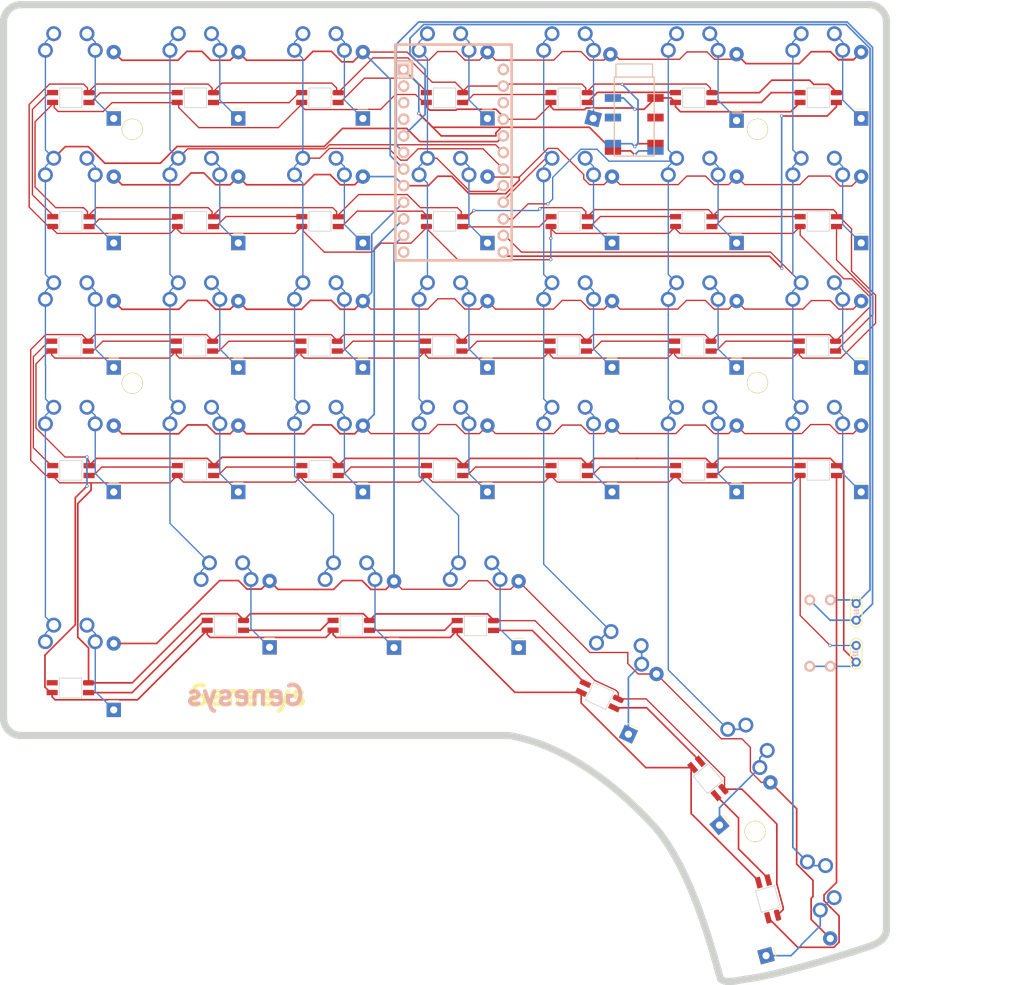
<source format=kicad_pcb>
(kicad_pcb (version 20221018) (generator pcbnew)
  (layers (0 "F.Cu" signal) (31 "B.Cu" signal) (34 "B.Paste" user) (35 "F.Paste" user) (36 "B.SilkS" user "B.Silkscreen") (37 "F.SilkS" user "F.Silkscreen") (38 "B.Mask" user) (39 "F.Mask" user) (44 "Edge.Cuts" user))
  (net 0 "")
  (net 1 "Net-(D1-A)")
  (net 2 "/Row0")
  (net 10 "Net-(SK6812Mini-E8-DOUT)")
  (net 11 "Net-(SK6812Mini-E7-DOUT)")
  (net 12 "Net-(SK6812Mini-E6-DOUT)")
  (net 13 "Net-(SK6812Mini-E5-DOUT)")
  (net 14 "Net-(SK6812Mini-E4-DOUT)")
  (net 15 "Net-(SK6812Mini-E34-DOUT)")
  (net 16 "Net-(SK6812Mini-E33-DOUT)")
  (net 17 "Net-(SK6812Mini-E32-DOUT)")
  (net 18 "Net-(SK6812Mini-E31-DOUT)")
  (net 19 "Net-(SK6812Mini-E30-DOUT)")
  (net 20 "Net-(SK6812Mini-E3-DOUT)")
  (net 21 "Net-(SK6812Mini-E29-DOUT)")
  (net 22 "Net-(SK6812Mini-E28-DOUT)")
  (net 23 "Net-(SK6812Mini-E27-DOUT)")
  (net 24 "Net-(SK6812Mini-E26-DOUT)")
  (net 25 "Net-(SK6812Mini-E25-DOUT)")
  (net 26 "Net-(SK6812Mini-E24-DOUT)")
  (net 27 "Net-(SK6812Mini-E23-DOUT)")
  (net 28 "Net-(SK6812Mini-E22-DOUT)")
  (net 29 "Net-(SK6812Mini-E21-DOUT)")
  (net 30 "Net-(SK6812Mini-E20-DOUT)")
  (net 31 "Net-(SK6812Mini-E2-DOUT)")
  (net 32 "Net-(SK6812Mini-E19-DOUT)")
  (net 33 "Net-(SK6812Mini-E18-DOUT)")
  (net 34 "Net-(SK6812Mini-E17-DOUT)")
  (net 35 "Net-(SK6812Mini-E16-DOUT)")
  (net 36 "Net-(SK6812Mini-E15-DOUT)")
  (net 37 "Net-(SK6812Mini-E14-DOUT)")
  (net 38 "Net-(SK6812Mini-E13-DOUT)")
  (net 39 "Net-(SK6812Mini-E12-DOUT)")
  (net 40 "Net-(SK6812Mini-E11-DOUT)")
  (net 41 "Net-(SK6812Mini-E10-DOUT)")
  (net 42 "Net-(SK6812Mini-E10-DIN)")
  (net 43 "Net-(SK6812Mini-E1-DOUT)")
  (net 44 "Net-(D9-A)")
  (net 45 "Net-(D8-A)")
  (net 46 "Net-(D7-A)")
  (net 47 "Net-(D6-A)")
  (net 48 "Net-(D5-A)")
  (net 49 "Net-(D4-A)")
  (net 50 "Net-(D35-A)")
  (net 51 "Net-(D34-A)")
  (net 52 "Net-(D33-A)")
  (net 53 "Net-(D32-A)")
  (net 54 "Net-(D31-A)")
  (net 55 "Net-(D30-A)")
  (net 56 "Net-(D3-A)")
  (net 57 "Net-(D29-A)")
  (net 58 "Net-(D28-A)")
  (net 59 "Net-(D27-A)")
  (net 60 "Net-(D26-A)")
  (net 61 "Net-(D25-A)")
  (net 62 "Net-(D24-A)")
  (net 63 "Net-(D23-A)")
  (net 64 "Net-(D22-A)")
  (net 65 "Net-(D21-A)")
  (net 66 "Net-(D20-A)")
  (net 67 "Net-(D2-A)")
  (net 68 "Net-(D19-A)")
  (net 69 "Net-(D18-A)")
  (net 70 "Net-(D17-A)")
  (net 71 "Net-(D16-A)")
  (net 72 "Net-(D15-A)")
  (net 73 "Net-(D14-A)")
  (net 74 "Net-(D13-A)")
  (net 75 "Net-(D12-A)")
  (net 76 "Net-(D11-A)")
  (net 77 "Net-(D10-A)")
  (net 78 "/Row4")
  (net 79 "/Row3")
  (net 80 "/Row2")
  (net 81 "/Row1")
  (net 82 "/LED_GND")
  (net 83 "/LED_DIN")
  (net 84 "/LED_5V")
  (net 85 "/Col6")
  (net 86 "/Col5")
  (net 87 "/Col4")
  (net 88 "/Col3")
  (net 89 "/Col2")
  (net 90 "/Col1")
  (net 91 "/Col0")
  (net 92 "/SERIAL")
  (net 94 "/Row5")
  (net 95 "/SDA")
  (net 96 "/SCL")
  (footprint "Keebio-Parts:D_DO-41_SOD81_P10.16mm_Genesys" (layer "F.Cu") (at 84.16 38.875 90)
    (fp_text reference "D3" hide)
    (fp_text value "DIODE")
  )
  (footprint "Keebio-Parts:D_DO-41_SOD81_P10.16mm_Genesys" (layer "F.Cu") (at 46.06 96.025 90)
    (fp_text reference "D22" hide)
    (fp_text value "DIODE")
  )
  (footprint "Keebio-Parts:SK6812-MINI-E" (layer "F.Cu") (at 115.698836 92.71 180)
    (fp_text reference "SK6812Mini-E26" hide)
    (fp_text value "~" hide)
    (fp_line (start -1.7 -1.5) (end 1.7 -1.5) (stroke (width 0.12)) (layer "Edge.Cuts"))
    (fp_line (start -1.7 1.5) (end -1.7 -1.5) (stroke (width 0.12)) (layer "Edge.Cuts"))
    (fp_line (start 1.7 -1.5) (end 1.7 1.5) (stroke (width 0.12)) (layer "Edge.Cuts"))
    (fp_line (start 1.7 1.5) (end -1.7 1.5) (stroke (width 0.12)) (layer "Edge.Cuts"))
  )
  (footprint "Keebio-Parts:D_DO-41_SOD81_P10.16mm_Genesys" (layer "F.Cu") (at 160.36 96.025 90)
    (fp_text reference "D28" hide)
    (fp_text value "DIODE")
  )
  (footprint "Keebio-Parts:SK6812-MINI-E" (layer "F.Cu") (at 134.748836 92.71 180)
    (fp_text reference "SK6812Mini-E27" hide)
    (fp_text value "~" hide)
    (fp_line (start -1.7 -1.5) (end 1.7 -1.5) (stroke (width 0.12)) (layer "Edge.Cuts"))
    (fp_line (start -1.7 1.5) (end -1.7 -1.5) (stroke (width 0.12)) (layer "Edge.Cuts"))
    (fp_line (start 1.7 -1.5) (end 1.7 1.5) (stroke (width 0.12)) (layer "Edge.Cuts"))
    (fp_line (start 1.7 1.5) (end -1.7 1.5) (stroke (width 0.12)) (layer "Edge.Cuts"))
  )
  (footprint "Keebio-Parts:SK6812-MINI-E" (layer "F.Cu") (at 39.498836 35.71)
    (fp_text reference "SK6812Mini-E7" hide)
    (fp_text value "~" hide)
    (fp_line (start -1.7 -1.5) (end 1.7 -1.5) (stroke (width 0.12)) (layer "Edge.Cuts"))
    (fp_line (start -1.7 1.5) (end -1.7 -1.5) (stroke (width 0.12)) (layer "Edge.Cuts"))
    (fp_line (start 1.7 -1.5) (end 1.7 1.5) (stroke (width 0.12)) (layer "Edge.Cuts"))
    (fp_line (start 1.7 1.5) (end -1.7 1.5) (stroke (width 0.12)) (layer "Edge.Cuts"))
  )
  (footprint "PCM_keyswitches:SW_MX_reversible_minimal" (layer "F.Cu") (at 96.57 30.985)
    (fp_text reference "SW4" hide)
    (fp_text value "SW_MX")
  )
  (footprint "PCM_keyswitches:SW_MX_reversible_minimal" (layer "F.Cu") (at 96.57 69.085)
    (fp_text reference "SW18" hide)
    (fp_text value "SW_MX")
  )
  (footprint "Keebio-Parts:D_DO-41_SOD81_P10.16mm_Genesys" (layer "F.Cu") (at 103.21 57.925 90)
    (fp_text reference "D11" hide)
    (fp_text value "DIODE")
  )
  (footprint "Keebio-Parts:MountingHole_3mm" (layer "F.Cu") (at 48.895 79.375)
    (fp_text reference "H2" hide)
    (fp_text value "MountingHole_Pad")
  )
  (footprint "PCM_keyswitches:SW_MX_reversible_minimal" (layer "F.Cu") (at 63.2325 111.9475)
    (fp_text reference "SW30" hide)
    (fp_text value "SW_MX")
  )
  (footprint "PCM_keyswitches:SW_MX_reversible_minimal" (layer "F.Cu") (at 134.67 88.135)
    (fp_text reference "SW27" hide)
    (fp_text value "SW_MX")
  )
  (footprint "Keebio-Parts:Resistor" (layer "F.Cu") (at 152.5 117.62 -90)
    (fp_text reference "R2" hide)
    (fp_text value "R" hide)
  )
  (footprint "Keebio-Parts:SK6812-MINI-E" (layer "F.Cu") (at 77.475 73.74)
    (fp_text reference "SK6812Mini-E19" hide)
    (fp_text value "~" hide)
    (fp_line (start -1.7 -1.5) (end 1.7 -1.5) (stroke (width 0.12)) (layer "Edge.Cuts"))
    (fp_line (start -1.7 1.5) (end -1.7 -1.5) (stroke (width 0.12)) (layer "Edge.Cuts"))
    (fp_line (start 1.7 -1.5) (end 1.7 1.5) (stroke (width 0.12)) (layer "Edge.Cuts"))
    (fp_line (start 1.7 1.5) (end -1.7 1.5) (stroke (width 0.12)) (layer "Edge.Cuts"))
  )
  (footprint "Keebio-Parts:SK6812-MINI-E" (layer "F.Cu") (at 63.145 116.46)
    (fp_text reference "SK6812Mini-E34" hide)
    (fp_text value "~" hide)
    (fp_line (start -1.7 -1.5) (end 1.7 -1.5) (stroke (width 0.12)) (layer "Edge.Cuts"))
    (fp_line (start -1.7 1.5) (end -1.7 -1.5) (stroke (width 0.12)) (layer "Edge.Cuts"))
    (fp_line (start 1.7 -1.5) (end 1.7 1.5) (stroke (width 0.12)) (layer "Edge.Cuts"))
    (fp_line (start 1.7 1.5) (end -1.7 1.5) (stroke (width 0.12)) (layer "Edge.Cuts"))
  )
  (footprint "Keebio-Parts:Resistor" (layer "F.Cu") (at 155.65 117.62 -90)
    (fp_text reference "R1" hide)
    (fp_text value "R" hide)
  )
  (footprint "Keebio-Parts:SK6812-MINI-E" (layer "F.Cu") (at 58.548836 92.71 180)
    (fp_text reference "SK6812Mini-E23" hide)
    (fp_text value "~" hide)
    (fp_line (start -1.7 -1.5) (end 1.7 -1.5) (stroke (width 0.12)) (layer "Edge.Cuts"))
    (fp_line (start -1.7 1.5) (end -1.7 -1.5) (stroke (width 0.12)) (layer "Edge.Cuts"))
    (fp_line (start 1.7 -1.5) (end 1.7 1.5) (stroke (width 0.12)) (layer "Edge.Cuts"))
    (fp_line (start 1.7 1.5) (end -1.7 1.5) (stroke (width 0.12)) (layer "Edge.Cuts"))
  )
  (footprint "TestPoint:TestPoint_2Pads_Pitch2.54mm_Drill0.8mm" (layer "F.Cu") (at 159.6 113.1 -90)
    (fp_text reference "TP3" hide)
    (fp_text value "Cirque I2C")
  )
  (footprint "Keebio-Parts:SK6812-MINI-E" (layer "F.Cu") (at 96.648836 54.622492 180)
    (fp_text reference "SK6812Mini-E11" hide)
    (fp_text value "~" hide)
    (fp_line (start -1.7 -1.5) (end 1.7 -1.5) (stroke (width 0.12)) (layer "Edge.Cuts"))
    (fp_line (start -1.7 1.5) (end -1.7 -1.5) (stroke (width 0.12)) (layer "Edge.Cuts"))
    (fp_line (start 1.7 -1.5) (end 1.7 1.5) (stroke (width 0.12)) (layer "Edge.Cuts"))
    (fp_line (start 1.7 1.5) (end -1.7 1.5) (stroke (width 0.12)) (layer "Edge.Cuts"))
  )
  (footprint "Keebio-Parts:SK6812-MINI-E" (layer "F.Cu") (at 77.598836 35.71)
    (fp_text reference "SK6812Mini-E5" hide)
    (fp_text value "~" hide)
    (fp_line (start -1.7 -1.5) (end 1.7 -1.5) (stroke (width 0.12)) (layer "Edge.Cuts"))
    (fp_line (start -1.7 1.5) (end -1.7 -1.5) (stroke (width 0.12)) (layer "Edge.Cuts"))
    (fp_line (start 1.7 -1.5) (end 1.7 1.5) (stroke (width 0.12)) (layer "Edge.Cuts"))
    (fp_line (start 1.7 1.5) (end -1.7 1.5) (stroke (width 0.12)) (layer "Edge.Cuts"))
  )
  (footprint "PCM_keyswitches:SW_MX_reversible_minimal" (layer "F.Cu") (at 39.42 69.085)
    (fp_text reference "SW15" hide)
    (fp_text value "SW_MX")
  )
  (footprint "Keebio-Parts:SK6812-MINI-E" (layer "F.Cu") (at 39.375 73.74)
    (fp_text reference "SK6812Mini-E21" hide)
    (fp_text value "~" hide)
    (fp_line (start -1.7 -1.5) (end 1.7 -1.5) (stroke (width 0.12)) (layer "Edge.Cuts"))
    (fp_line (start -1.7 1.5) (end -1.7 -1.5) (stroke (width 0.12)) (layer "Edge.Cuts"))
    (fp_line (start 1.7 -1.5) (end 1.7 1.5) (stroke (width 0.12)) (layer "Edge.Cuts"))
    (fp_line (start 1.7 1.5) (end -1.7 1.5) (stroke (width 0.12)) (layer "Edge.Cuts"))
  )
  (footprint "Keebio-Parts:D_DO-41_SOD81_P10.16mm_Genesys" (layer "F.Cu") (at 84.16 76.975 90)
    (fp_text reference "D17" hide)
    (fp_text value "DIODE")
  )
  (footprint "PCM_keyswitches:SW_MX_reversible_minimal" (layer "F.Cu") (at 101.3325 111.9475)
    (fp_text reference "SW32" hide)
    (fp_text value "SW_MX")
  )
  (footprint "PCM_keyswitches:SW_MX_reversible_minimal" (layer "F.Cu") (at 58.47 88.135)
    (fp_text reference "SW23" hide)
    (fp_text value "SW_MX")
  )
  (footprint "PCM_keyswitches:SW_MX_reversible_minimal" (layer "F.Cu") (at 58.47 50.035)
    (fp_text reference "SW9" hide)
    (fp_text value "SW_MX")
  )
  (footprint "Keebio-Parts:TRRS-PJ-320D_genesys" (layer "F.Cu") (at 125.655 32.535)
    (fp_text reference "J1")
    (fp_text value "AudioJack4")
  )
  (footprint "Keebio-Parts:SK6812-MINI-E" (layer "F.Cu") (at 96.648836 92.71 180)
    (fp_text reference "SK6812Mini-E25" hide)
    (fp_text value "~" hide)
    (fp_line (start -1.7 -1.5) (end 1.7 -1.5) (stroke (width 0.12)) (layer "Edge.Cuts"))
    (fp_line (start -1.7 1.5) (end -1.7 -1.5) (stroke (width 0.12)) (layer "Edge.Cuts"))
    (fp_line (start 1.7 -1.5) (end 1.7 1.5) (stroke (width 0.12)) (layer "Edge.Cuts"))
    (fp_line (start 1.7 1.5) (end -1.7 1.5) (stroke (width 0.12)) (layer "Edge.Cuts"))
  )
  (footprint "Keebio-Parts:D_DO-41_SOD81_P10.16mm_Genesys" (layer "F.Cu") (at 46.06 129.3625 90)
    (fp_text reference "D29" hide)
    (fp_text value "DIODE")
  )
  (footprint "Keebio-Parts:D_DO-41_SOD81_P10.16mm_Genesys" (layer "F.Cu") (at 141.31 76.975 90)
    (fp_text reference "D20" hide)
    (fp_text value "DIODE")
  )
  (footprint "Keebio-Parts:SK6812-MINI-E" (layer "F.Cu") (at 146.096342 158.293718 -75)
    (fp_text reference "SK6812Mini-E29" hide)
    (fp_text value "~" hide)
    (fp_line (start -1.7 -1.5) (end 1.7 -1.5) (stroke (width 0.12)) (layer "Edge.Cuts"))
    (fp_line (start -1.7 1.5) (end -1.7 -1.5) (stroke (width 0.12)) (layer "Edge.Cuts"))
    (fp_line (start 1.7 -1.5) (end 1.7 1.5) (stroke (width 0.12)) (layer "Edge.Cuts"))
    (fp_line (start 1.7 1.5) (end -1.7 1.5) (stroke (width 0.12)) (layer "Edge.Cuts"))
  )
  (footprint "Keebio-Parts:D_DO-41_SOD81_P10.16mm_Genesys" (layer "F.Cu") (at 160.36 76.975 90)
    (fp_text reference "D21" hide)
    (fp_text value "DIODE")
  )
  (footprint "Keebio-Parts:D_DO-41_SOD81_P10.16mm_Genesys" (layer "F.Cu") (at 103.21 76.975 90)
    (fp_text reference "D18" hide)
    (fp_text value "DIODE")
  )
  (footprint "Keebio-Parts:SK6812-MINI-E" (layer "F.Cu") (at 115.575 73.74)
    (fp_text reference "SK6812Mini-E17" hide)
    (fp_text value "~" hide)
    (fp_line (start -1.7 -1.5) (end 1.7 -1.5) (stroke (width 0.12)) (layer "Edge.Cuts"))
    (fp_line (start -1.7 1.5) (end -1.7 -1.5) (stroke (width 0.12)) (layer "Edge.Cuts"))
    (fp_line (start 1.7 -1.5) (end 1.7 1.5) (stroke (width 0.12)) (layer "Edge.Cuts"))
    (fp_line (start 1.7 1.5) (end -1.7 1.5) (stroke (width 0.12)) (layer "Edge.Cuts"))
  )
  (footprint "PCM_keyswitches:SW_MX_reversible_minimal" (layer "F.Cu") (at 77.52 50.035)
    (fp_text reference "SW10" hide)
    (fp_text value "SW_MX")
  )
  (footprint "Keebio-Parts:SK6812-MINI-E" (layer "F.Cu") (at 39.498836 92.71 180)
    (fp_text reference "SK6812Mini-E22" hide)
    (fp_text value "~" hide)
    (fp_line (start -1.7 -1.5) (end 1.7 -1.5) (stroke (width 0.12)) (layer "Edge.Cuts"))
    (fp_line (start -1.7 1.5) (end -1.7 -1.5) (stroke (width 0.12)) (layer "Edge.Cuts"))
    (fp_line (start 1.7 -1.5) (end 1.7 1.5) (stroke (width 0.12)) (layer "Edge.Cuts"))
    (fp_line (start 1.7 1.5) (end -1.7 1.5) (stroke (width 0.12)) (layer "Edge.Cuts"))
  )
  (footprint "Keebio-Parts:D_DO-41_SOD81_P10.16mm_Genesys" (layer "F.Cu") (at 65.11 96.025 90)
    (fp_text reference "D23" hide)
    (fp_text value "DIODE")
  )
  (footprint "Keebio-Parts:SK6812-MINI-E" (layer "F.Cu") (at 82.395 116.46)
    (fp_text reference "SK6812Mini-E33" hide)
    (fp_text value "~" hide)
    (fp_line (start -1.7 -1.5) (end 1.7 -1.5) (stroke (width 0.12)) (layer "Edge.Cuts"))
    (fp_line (start -1.7 1.5) (end -1.7 -1.5) (stroke (width 0.12)) (layer "Edge.Cuts"))
    (fp_line (start 1.7 -1.5) (end 1.7 1.5) (stroke (width 0.12)) (layer "Edge.Cuts"))
    (fp_line (start 1.7 1.5) (end -1.7 1.5) (stroke (width 0.12)) (layer "Edge.Cuts"))
  )
  (footprint "PCM_keyswitches:SW_MX_reversible_minimal" (layer "F.Cu") (at 134.67 69.085)
    (fp_text reference "SW20" hide)
    (fp_text value "SW_MX")
  )
  (footprint "PCM_keyswitches:SW_MX_reversible_minimal" (layer "F.Cu") (at 153.72 30.985)
    (fp_text reference "SW7" hide)
    (fp_text value "SW_MX")
  )
  (footprint "Keebio-Parts:SK6812-MINI-E" (layer "F.Cu") (at 58.548836 35.71)
    (fp_text reference "SK6812Mini-E6" hide)
    (fp_text value "~" hide)
    (fp_line (start -1.7 -1.5) (end 1.7 -1.5) (stroke (width 0.12)) (layer "Edge.Cuts"))
    (fp_line (start -1.7 1.5) (end -1.7 -1.5) (stroke (width 0.12)) (layer "Edge.Cuts"))
    (fp_line (start 1.7 -1.5) (end 1.7 1.5) (stroke (width 0.12)) (layer "Edge.Cuts"))
    (fp_line (start 1.7 1.5) (end -1.7 1.5) (stroke (width 0.12)) (layer "Edge.Cuts"))
  )
  (footprint "Keebio-Parts:SK6812-MINI-E" (layer "F.Cu") (at 96.525 73.74)
    (fp_text reference "SK6812Mini-E18" hide)
    (fp_text value "~" hide)
    (fp_line (start -1.7 -1.5) (end 1.7 -1.5) (stroke (width 0.12)) (layer "Edge.Cuts"))
    (fp_line (start -1.7 1.5) (end -1.7 -1.5) (stroke (width 0.12)) (layer "Edge.Cuts"))
    (fp_line (start 1.7 -1.5) (end 1.7 1.5) (stroke (width 0.12)) (layer "Edge.Cuts"))
    (fp_line (start 1.7 1.5) (end -1.7 1.5) (stroke (width 0.12)) (layer "Edge.Cuts"))
  )
  (footprint "PCM_keyswitches:SW_MX_reversible_minimal" (layer "F.Cu") (at 122.265226 123.055221 -25)
    (fp_text reference "SW33" hide)
    (fp_text value "SW_MX")
  )
  (footprint "Keebio-Parts:D_DO-41_SOD81_P10.16mm_Genesys" (layer "F.Cu") (at 141.3 39.196904 90)
    (fp_text reference "D6" hide)
    (fp_text value "DIODE")
  )
  (footprint "PCM_keyswitches:SW_MX_reversible_minimal" (layer "F.Cu") (at 153.72 88.135)
    (fp_text reference "SW28" hide)
    (fp_text value "SW_MX")
  )
  (footprint "PCM_keyswitches:SW_MX_reversible_minimal" (layer "F.Cu") (at 77.52 88.135)
    (fp_text reference "SW24" hide)
    (fp_text value "SW_MX")
  )
  (footprint "Keebio-Parts:D_DO-41_SOD81_P10.16mm_Genesys" (layer "F.Cu") (at 160.36 38.875 90)
    (fp_text reference "D7" hide)
    (fp_text value "DIODE")
  )
  (footprint "Keebio-Parts:D_DO-41_SOD81_P10.16mm_Genesys" (layer "F.Cu") (at 107.9725 119.8375 90)
    (fp_text reference "D32" hide)
    (fp_text value "DIODE")
  )
  (footprint "Keebio-Parts:D_DO-41_SOD81_P10.16mm_Genesys" (layer "F.Cu") (at 122.26 57.925 90)
    (fp_text reference "D12" hide)
    (fp_text value "DIODE")
  )
  (footprint "PCM_keyswitches:SW_MX_reversible_minimal" (layer "F.Cu") (at 140.465226 136.889051 -50)
    (fp_text reference "SW34" hide)
    (fp_text value "SW_MX")
  )
  (footprint "PCM_keyswitches:SW_MX_reversible_minimal" (layer "F.Cu") (at 134.67 30.985)
    (fp_text reference "SW6" hide)
    (fp_text value "SW_MX")
  )
  (footprint "Keebio-Parts:SK6812-MINI-E" (layer "F.Cu") (at 58.425 73.74)
    (fp_text reference "SK6812Mini-E20" hide)
    (fp_text value "~" hide)
    (fp_line (start -1.7 -1.5) (end 1.7 -1.5) (stroke (width 0.12)) (layer "Edge.Cuts"))
    (fp_line (start -1.7 1.5) (end -1.7 -1.5) (stroke (width 0.12)) (layer "Edge.Cuts"))
    (fp_line (start 1.7 -1.5) (end 1.7 1.5) (stroke (width 0.12)) (layer "Edge.Cuts"))
    (fp_line (start 1.7 1.5) (end -1.7 1.5) (stroke (width 0.12)) (layer "Edge.Cuts"))
  )
  (footprint "Keebio-Parts:MountingHole_3mm" (layer "F.Cu") (at 144.5 79.3)
    (fp_text reference "H5" hide)
    (fp_text value "MountingHole_Pad")
  )
  (footprint "Keebio-Parts:D_DO-41_SOD81_P10.16mm_Genesys" (layer "F.Cu") (at 138.693811 146.991561 40)
    (fp_text reference "D34" hide)
    (fp_text value "DIODE")
  )
  (footprint "PCM_keyswitches:SW_MX_reversible_minimal" (layer "F.Cu") (at 115.62 88.135)
    (fp_text reference "SW26" hide)
    (fp_text value "SW_MX")
  )
  (footprint "PCM_keyswitches:SW_MX_reversible_minimal" (layer "F.Cu") (at 39.42 88.135)
    (fp_text reference "SW22" hide)
    (fp_text value "SW_MX")
  )
  (footprint "Keebio-Parts:ArduinoProMicro" (layer "F.Cu") (at 98.0164 45.34675 -90)
    (fp_text reference "U1" hide)
    (fp_text value "ProMicro" hide)
  )
  (footprint "PCM_keyswitches:SW_MX_reversible_minimal" (layer "F.Cu") (at 150.665226 156.955221 -75)
    (fp_text reference "SW35" hide)
    (fp_text value "SW_MX")
  )
  (footprint "Keebio-Parts:D_DO-41_SOD81_P10.16mm_Genesys" (layer "F.Cu") (at 122.26 96.025 90)
    (fp_text reference "D26" hide)
    (fp_text value "DIODE")
  )
  (footprint "Keebio-Parts:SK6812-MINI-E" (layer "F.Cu") (at 115.698836 35.71)
    (fp_text reference "SK6812Mini-E3" hide)
    (fp_text value "~" hide)
    (fp_line (start -1.7 -1.5) (end 1.7 -1.5) (stroke (width 0.12)) (layer "Edge.Cuts"))
    (fp_line (start -1.7 1.5) (end -1.7 -1.5) (stroke (width 0.12)) (layer "Edge.Cuts"))
    (fp_line (start 1.7 -1.5) (end 1.7 1.5) (stroke (width 0.12)) (layer "Edge.Cuts"))
    (fp_line (start 1.7 1.5) (end -1.7 1.5) (stroke (width 0.12)) (layer "Edge.Cuts"))
  )
  (footprint "Keebio-Parts:D_DO-41_SOD81_P10.16mm_Genesys" (layer "F.Cu") (at 124.763174 133.08154 65)
    (fp_text reference "D33" hide)
    (fp_text value "DIODE")
  )
  (footprint "Keebio-Parts:SK6812-MINI-E" (layer "F.Cu") (at 153.798836 92.71 180)
    (fp_text reference "SK6812Mini-E28" hide)
    (fp_text value "~" hide)
    (fp_line (start -1.7 -1.5) (end 1.7 -1.5) (stroke (width 0.12)) (layer "Edge.Cuts"))
    (fp_line (start -1.7 1.5) (end -1.7 -1.5) (stroke (width 0.12)) (layer "Edge.Cuts"))
    (fp_line (start 1.7 -1.5) (end 1.7 1.5) (stroke (width 0.12)) (layer "Edge.Cuts"))
    (fp_line (start 1.7 1.5) (end -1.7 1.5) (stroke (width 0.12)) (layer "Edge.Cuts"))
  )
  (footprint "PCM_keyswitches:SW_MX_reversible_minimal" (layer "F.Cu") (at 115.62 50.035)
    (fp_text reference "SW12" hide)
    (fp_text value "SW_MX")
  )
  (footprint "Keebio-Parts:D_DO-41_SOD81_P10.16mm_Genesys" (layer "F.Cu") (at 119.38 38.875 75)
    (fp_text reference "D5" hide)
    (fp_text value "DIODE")
  )
  (footprint "PCM_keyswitches:SW_MX_reversible_minimal" (layer "F.Cu") (at 58.47 30.985)
    (fp_text reference "SW2" hide)
    (fp_text value "SW_MX")
  )
  (footprint "PCM_keyswitches:SW_MX_reversible_minimal" (layer "F.Cu") (at 134.67 50.035)
    (fp_text reference "SW13" hide)
    (fp_text value "SW_MX")
  )
  (footprint "Keebio-Parts:D_DO-41_SOD81_P10.16mm_Genesys" (layer "F.Cu") (at 65.11 76.975 90)
    (fp_text reference "D16" hide)
    (fp_text value "DIODE")
  )
  (footprint "Keebio-Parts:D_DO-41_SOD81_P10.16mm_Genesys" (layer "F.Cu") (at 141.31 57.925 90)
    (fp_text reference "D13" hide)
    (fp_text value "DIODE")
  )
  (footprint "Keebio-Parts:SK6812-MINI-E" (layer "F.Cu") (at 96.648836 35.71)
    (fp_text reference "SK6812Mini-E4" hide)
    (fp_text value "~" hide)
    (fp_line (start -1.7 -1.5) (end 1.7 -1.5) (stroke (width 0.12)) (layer "Edge.Cuts"))
    (fp_line (start -1.7 1.5) (end -1.7 -1.5) (stroke (width 0.12)) (layer "Edge.Cuts"))
    (fp_line (start 1.7 -1.5) (end 1.7 1.5) (stroke (width 0.12)) (layer "Edge.Cuts"))
    (fp_line (start 1.7 1.5) (end -1.7 1.5) (stroke (width 0.12)) (layer "Edge.Cuts"))
  )
  (footprint "Keebio-Parts:SK6812-MINI-E" (layer "F.Cu") (at 39.498836 54.622492 180)
    (fp_text reference "SK6812Mini-E8" hide)
    (fp_text value "~" hide)
    (fp_line (start -1.7 -1.5) (end 1.7 -1.5) (stroke (width 0.12)) (layer "Edge.Cuts"))
    (fp_line (start -1.7 1.5) (end -1.7 -1.5) (stroke (width 0.12)) (layer "Edge.Cuts"))
    (fp_line (start 1.7 -1.5) (end 1.7 1.5) (stroke (width 0.12)) (layer "Edge.Cuts"))
    (fp_line (start 1.7 1.5) (end -1.7 1.5) (stroke (width 0.12)) (layer "Edge.Cuts"))
  )
  (footprint "Keebio-Parts:D_DO-41_SOD81_P10.16mm_Genesys" (layer "F.Cu") (at 69.895 119.79 90)
    (fp_text reference "D30" hide)
    (fp_text value "DIODE")
  )
  (footprint "Keebio-Parts:MountingHole_3mm" (layer "F.Cu") (at 48.895 40.525)
    (fp_text reference "H1" hide)
    (fp_text value "MountingHole_Pad")
  )
  (footprint "Keebio-Parts:SK6812-MINI-E" (layer "F.Cu") (at 101.375 116.49)
    (fp_text reference "SK6812Mini-E32" hide)
    (fp_text value "~" hide)
    (fp_line (start -1.7 -1.5) (end 1.7 -1.5) (stroke (width 0.12)) (layer "Edge.Cuts"))
    (fp_line (start -1.7 1.5) (end -1.7 -1.5) (stroke (width 0.12)) (layer "Edge.Cuts"))
    (fp_line (start 1.7 -1.5) (end 1.7 1.5) (stroke (width 0.12)) (layer "Edge.Cuts"))
    (fp_line (start 1.7 1.5) (end -1.7 1.5) (stroke (width 0.12)) (layer "Edge.Cuts"))
  )
  (footprint "PCM_keyswitches:SW_MX_reversible_minimal" (layer "F.Cu") (at 58.47 69.085)
    (fp_text reference "SW16" hide)
    (fp_text value "SW_MX")
  )
  (footprint "PCM_keyswitches:SW_MX_reversible_minimal" (layer "F.Cu") (at 153.72 69.085)
    (fp_text reference "SW21" hide)
    (fp_text value "SW_MX")
  )
  (footprint "PCM_keyswitches:SW_MX_reversible_minimal" (layer "F.Cu") (at 39.42 121.4725)
    (fp_text reference "SW29" hide)
    (fp_text value "SW_MX")
  )
  (footprint "PCM_keyswitches:SW_MX_reversible_minimal" (layer "F.Cu") (at 77.52 30.985)
    (fp_text reference "SW3" hide)
    (fp_text value "SW_MX")
  )
  (footprint "Keebio-Parts:D_DO-41_SOD81_P10.16mm_Genesys" (layer "F.Cu") (at 84.16 57.925 90)
    (fp_text reference "D10" hide)
    (fp_text value "DIODE")
  )
  (footprint "Keebio-Parts:SK6812-MINI-E" (layer "F.Cu") (at 115.698836 54.622492 180)
    (fp_text reference "SK6812Mini-E12" hide)
    (fp_text value "~" hide)
    (fp_line (start -1.7 -1.5) (end 1.7 -1.5) (stroke (width 0.12)) (layer "Edge.Cuts"))
    (fp_line (start -1.7 1.5) (end -1.7 -1.5) (stroke (width 0.12)) (layer "Edge.Cuts"))
    (fp_line (start 1.7 -1.5) (end 1.7 1.5) (stroke (width 0.12)) (layer "Edge.Cuts"))
    (fp_line (start 1.7 1.5) (end -1.7 1.5) (stroke (width 0.12)) (layer "Edge.Cuts"))
  )
  (footprint "Keebio-Parts:D_DO-41_SOD81_P10.16mm_Genesys" (layer "F.Cu") (at 65.11 57.925 90)
    (fp_text reference "D9" hide)
    (fp_text value "DIODE")
  )
  (footprint "PCM_keyswitches:SW_MX_reversible_minimal" (layer "F.Cu") (at 153.72 50.035)
    (fp_text reference "SW14" hide)
    (fp_text value "SW_MX")
  )
  (footprint "Keebio-Parts:D_DO-41_SOD81_P10.16mm_Genesys" (layer "F.Cu") (at 103.21 38.875 90)
    (fp_text reference "D4" hide)
    (fp_text value "DIODE")
  )
  (footprint "Keebio-Parts:SK6812-MINI-E" (layer "F.Cu") (at 136.924293 139.8733 -50)
    (fp_text reference "SK6812Mini-E30" hide)
    (fp_text value "~" hide)
    (fp_line (start -1.7 -1.5) (end 1.7 -1.5) (stroke (width 0.12)) (layer "Edge.Cuts"))
    (fp_line (start -1.7 1.5) (end -1.7 -1.5) (stroke (width 0.12)) (layer "Edge.Cuts"))
    (fp_line (start 1.7 -1.5) (end 1.7 1.5) (stroke (width 0.12)) (layer "Edge.Cuts"))
    (fp_line (start 1.7 1.5) (end -1.7 1.5) (stroke (width 0.12)) (layer "Edge.Cuts"))
  )
  (footprint "Keebio-Parts:SK6812-MINI-E" (layer "F.Cu") (at 77.598836 92.71 180)
    (fp_text reference "SK6812Mini-E24" hide)
    (fp_text value "~" hide)
    (fp_line (start -1.7 -1.5) (end 1.7 -1.5) (stroke (width 0.12)) (layer "Edge.Cuts"))
    (fp_line (start -1.7 1.5) (end -1.7 -1.5) (stroke (width 0.12)) (layer "Edge.Cuts"))
    (fp_line (start 1.7 -1.5) (end 1.7 1.5) (stroke (width 0.12)) (layer "Edge.Cuts"))
    (fp_line (start 1.7 1.5) (end -1.7 1.5) (stroke (width 0.12)) (layer "Edge.Cuts"))
  )
  (footprint "TestPoint:TestPoint_2Pads_Pitch2.54mm_Drill0.8mm" (layer "F.Cu") (at 159.6 122.05 90)
    (fp_text reference "TP4" hide)
    (fp_text value "Cirque PWR")
  )
  (footprint "Keebio-Parts:D_DO-41_SOD81_P10.16mm_Genesys" (layer "F.Cu") (at 84.16 96.025 90)
    (fp_text reference "D24" hide)
    (fp_text value "DIODE")
  )
  (footprint "Keebio-Parts:D_DO-41_SOD81_P10.16mm_Genesys" (layer "F.Cu") (at 88.9225 119.8375 90)
    (fp_text reference "D31" hide)
    (fp_text value "DIODE")
  )
  (footprint "Keebio-Parts:D_DO-41_SOD81_P10.16mm_Genesys" (layer "F.Cu") (at 122.26 76.975 90)
    (fp_text reference "D19" hide)
    (fp_text value "DIODE")
  )
  (footprint "Keebio-Parts:SK6812-MINI-E" (layer "F.Cu") (at 77.598836 54.622492 180)
    (fp_text reference "SK6812Mini-E10" hide)
    (fp_text value "~" hide)
    (fp_line (start -1.7 -1.5) (end 1.7 -1.5) (stroke (width 0.12)) (layer "Edge.Cuts"))
    (fp_line (start -1.7 1.5) (end -1.7 -1.5) (stroke (width 0.12)) (layer "Edge.Cuts"))
    (fp_line (start 1.7 -1.5) (end 1.7 1.5) (stroke (width 0.12)) (layer "Edge.Cuts"))
    (fp_line (start 1.7 1.5) (end -1.7 1.5) (stroke (width 0.12)) (layer "Edge.Cuts"))
  )
  (footprint "Keebio-Parts:SK6812-MINI-E" (layer "F.Cu") (at 120.370685 127.215601 -25)
    (fp_text reference "SK6812Mini-E31" hide)
    (fp_text value "~" hide)
    (fp_line (start -1.7 -1.5) (end 1.7 -1.5) (stroke (width 0.12)) (layer "Edge.Cuts"))
    (fp_line (start -1.7 1.5) (end -1.7 -1.5) (stroke (width 0.12)) (layer "Edge.Cuts"))
    (fp_line (start 1.7 -1.5) (end 1.7 1.5) (stroke (width 0.12)) (layer "Edge.Cuts"))
    (fp_line (start 1.7 1.5) (end -1.7 1.5) (stroke (width 0.12)) (layer "Edge.Cuts"))
  )
  (footprint "PCM_keyswitches:SW_MX_reversible_minimal" (layer "F.Cu") (at 82.205 111.9475)
    (fp_text reference "SW31" hide)
    (fp_text value "SW_MX")
  )
  (footprint "Keebio-Parts:D_DO-41_SOD81_P10.16mm_Genesys" (layer "F.Cu") (at 46.06 76.975 90)
    (fp_text reference "D15" hide)
    (fp_text value "DIODE")
  )
  (footprint "PCM_keyswitches:SW_MX_reversible_minimal" (layer "F.Cu") (at 115.62 30.985)
    (fp_text reference "SW5" hide)
    (fp_text value "SW_MX")
  )
  (footprint "Keebio-Parts:D_DO-41_SOD81_P10.16mm_Genesys" (layer "F.Cu") (at 145.811194 166.964601 15)
    (fp_text reference "D35" hide)
    (fp_text value "DIODE")
  )
  (footprint "Keebio-Parts:D_DO-41_SOD81_P10.16mm_Genesys" (layer "F.Cu") (at 46.06 57.925 90)
    (fp_text reference "D8" hide)
    (fp_text value "DIODE")
  )
  (footprint "Keebio-Parts:D_DO-41_SOD81_P10.16mm_Genesys" (layer "F.Cu") (at 103.21 96.025 90)
    (fp_text reference "D25" hide)
    (fp_text value "DIODE")
  )
  (footprint "Keebio-Parts:SK6812-MINI-E" (layer "F.Cu") (at 153.675 73.74)
    (fp_text reference "SK6812Mini-E15" hide)
    (fp_text value "~" hide)
    (fp_line (start -1.7 -1.5) (end 1.7 -1.5) (stroke (width 0.12)) (layer "Edge.Cuts"))
    (fp_line (start -1.7 1.5) (end -1.7 -1.5) (stroke (width 0.12)) (layer "Edge.Cuts"))
    (fp_line (start 1.7 -1.5) (end 1.7 1.5) (stroke (width 0.12)) (layer "Edge.Cuts"))
    (fp_line (start 1.7 1.5) (end -1.7 1.5) (stroke (width 0.12)) (layer "Edge.Cuts"))
  )
  (footprint "PCM_keyswitches:SW_MX_reversible_minimal" (layer "F.Cu") (at 115.62 69.085)
    (fp_text reference "SW19" hide)
    (fp_text value "SW_MX")
  )
  (footprint "PCM_keyswitches:SW_MX_reversible_minimal" (layer "F.Cu") (at 39.42 50.035)
    (fp_text reference "SW8" hide)
    (fp_text value "SW_MX")
  )
  (footprint "PCM_keyswitches:SW_MX_reversible_minimal" (layer "F.Cu") (at 96.57 88.135)
    (fp_text reference "SW25" hide)
    (fp_text value "SW_MX")
  )
  (footprint "Keebio-Parts:SK6812-MINI-E" (layer "F.Cu") (at 153.798836 54.622492 180)
    (fp_text reference "SK6812Mini-E14" hide)
    (fp_text value "~" hide)
    (fp_line (start -1.7 -1.5) (end 1.7 -1.5) (stroke (width 0.12)) (layer "Edge.Cuts"))
    (fp_line (start -1.7 1.5) (end -1.7 -1.5) (stroke (width 0.12)) (layer "Edge.Cuts"))
    (fp_line (start 1.7 -1.5) (end 1.7 1.5) (stroke (width 0.12)) (layer "Edge.Cuts"))
    (fp_line (start 1.7 1.5) (end -1.7 1.5) (stroke (width 0.12)) (layer "Edge.Cuts"))
  )
  (footprint "PCM_keyswitches:SW_MX_reversible_minimal" (layer "F.Cu") (at 77.52 69.085)
    (fp_text reference "SW17" hide)
    (fp_text value "SW_MX")
  )
  (footprint "Keebio-Parts:D_DO-41_SOD81_P10.16mm_Genesys" (layer "F.Cu") (at 65.11 38.875 90)
    (fp_text reference "D2" hide)
    (fp_text value "DIODE")
  )
  (footprint "Keebio-Parts:MountingHole_3mm" (layer "F.Cu") (at 144.5 40.525)
    (fp_text reference "H4" hide)
    (fp_text value "MountingHole_Pad")
  )
  (footprint "Keebio-Parts:D_DO-41_SOD81_P10.16mm_Genesys" (layer "F.Cu") (at 46.06 38.875 90)
    (fp_text reference "D1" hide)
    (fp_text value "DIODE")
  )
  (footprint "Keebio-Parts:D_DO-41_SOD81_P10.16mm_Genesys" (layer "F.Cu") (at 160.36 57.925 90)
    (fp_text reference "D14" hide)
    (fp_text value "DIODE")
  )
  (footprint "Keebio-Parts:SK6812-MINI-E" (layer "F.Cu") (at 58.548836 54.622492 180)
    (fp_text reference "SK6812Mini-E9" hide)
    (fp_text value "~" hide)
    (fp_line (start -1.7 -1.5) (end 1.7 -1.5) (stroke (width 0.12)) (layer "Edge.Cuts"))
    (fp_line (start -1.7 1.5) (end -1.7 -1.5) (stroke (width 0.12)) (layer "Edge.Cuts"))
    (fp_line (start 1.7 -1.5) (end 1.7 1.5) (stroke (width 0.12)) (layer "Edge.Cuts"))
    (fp_line (start 1.7 1.5) (end -1.7 1.5) (stroke (width 0.12)) (layer "Edge.Cuts"))
  )
  (footprint "Keebio-Parts:SK6812-MINI-E" (layer "F.Cu") (at 134.748836 35.71)
    (fp_text reference "SK6812Mini-E2" hide)
    (fp_text value "~" hide)
    (fp_line (start -1.7 -1.5) (end 1.7 -1.5) (stroke (width 0.12)) (layer "Edge.Cuts"))
    (fp_line (start -1.7 1.5) (end -1.7 -1.5) (stroke (width 0.12)) (layer "Edge.Cuts"))
    (fp_line (start 1.7 -1.5) (end 1.7 1.5) (stroke (width 0.12)) (layer "Edge.Cuts"))
    (fp_line (start 1.7 1.5) (end -1.7 1.5) (stroke (width 0.12)) (layer "Edge.Cuts"))
  )
  (footprint "Keebio-Parts:SK6812-MINI-E" (layer "F.Cu") (at 134.625 73.74)
    (fp_text reference "SK6812Mini-E16" hide)
    (fp_text value "~" hide)
    (fp_line (start -1.7 -1.5) (end 1.7 -1.5) (stroke (width 0.12)) (layer "Edge.Cuts"))
    (fp_line (start -1.7 1.5) (end -1.7 -1.5) (stroke (width 0.12)) (layer "Edge.Cuts"))
    (fp_line (start 1.7 -1.5) (end 1.7 1.5) (stroke (width 0.12)) (layer "Edge.Cuts"))
    (fp_line (start 1.7 1.5) (end -1.7 1.5) (stroke (width 0.12)) (layer "Edge.Cuts"))
  )
  (footprint "Keebio-Parts:SK6812-MINI-E" (layer "F.Cu") (at 134.748836 54.622492 180)
    (fp_text reference "SK6812Mini-E13" hide)
    (fp_text value "~" hide)
    (fp_line (start -1.7 -1.5) (end 1.7 -1.5) (stroke (width 0.12)) (layer "Edge.Cuts"))
    (fp_line (start -1.7 1.5) (end -1.7 -1.5) (stroke (width 0.12)) (layer "Edge.Cuts"))
    (fp_line (start 1.7 -1.5) (end 1.7 1.5) (stroke (width 0.12)) (layer "Edge.Cuts"))
    (fp_line (start 1.7 1.5) (end -1.7 1.5) (stroke (width 0.12)) (layer "Edge.Cuts"))
  )
  (footprint "PCM_keyswitches:SW_MX_reversible_minimal" (layer "F.Cu") (at 39.42 30.985)
    (fp_text reference "SW1" hide)
    (fp_text value "SW_MX")
  )
  (footprint "Keebio-Parts:SK6812-MINI-E" (layer "F.Cu") (at 153.798836 35.71)
    (fp_text reference "SK6812Mini-E1" hide)
    (fp_text value "~" hide)
    (fp_line (start -1.7 -1.5) (end 1.7 -1.5) (stroke (width 0.12)) (layer "Edge.Cuts"))
    (fp_line (start -1.7 1.5) (end -1.7 -1.5) (stroke (width 0.12)) (layer "Edge.Cuts"))
    (fp_line (start 1.7 -1.5) (end 1.7 1.5) (stroke (width 0.12)) (layer "Edge.Cuts"))
    (fp_line (start 1.7 1.5) (end -1.7 1.5) (stroke (width 0.12)) (layer "Edge.Cuts"))
  )
  (footprint "Keebio-Parts:MountingHole_3mm" (layer "F.Cu") (at 144.145 147.955)
    (fp_text reference "H7" hide)
    (fp_text value "MountingHole_Pad")
  )
  (footprint "PCM_keyswitches:SW_MX_reversible_minimal" (layer "F.Cu") (at 96.57 50.035)
    (fp_text reference "SW11" hide)
    (fp_text value "SW_MX")
  )
  (footprint "Keebio-Parts:SK6812-MINI-E" (layer "F.Cu") (at 39.435 126)
    (fp_text reference "SK6812Mini-E35" hide)
    (fp_text value "~" hide)
    (fp_line (start -1.7 -1.5) (end 1.7 -1.5) (stroke (width 0.12)) (layer "Edge.Cuts"))
    (fp_line (start -1.7 1.5) (end -1.7 -1.5) (stroke (width 0.12)) (layer "Edge.Cuts"))
    (fp_line (start 1.7 -1.5) (end 1.7 1.5) (stroke (width 0.12)) (layer "Edge.Cuts"))
    (fp_line (start 1.7 1.5) (end -1.7 1.5) (stroke (width 0.12)) (layer "Edge.Cuts"))
  )
  (footprint "Keebio-Parts:D_DO-41_SOD81_P10.16mm_Genesys" (layer "F.Cu") (at 141.31 96.025 90)
    (fp_text reference "D27" hide)
    (fp_text value "DIODE")
  )
  (footprint "Keebio-Parts:TRRS-PJ-320D_genesys" (layer "B.Cu") (at 125.655 32.535 180)
    (fp_text reference "J2")
    (fp_text value "AudioJack4")
  )
  (gr_line (start 31.083733 21.58045) (end 31.210567 21.544591) (stroke (width 1.08554)) (layer "Edge.Cuts"))
  (gr_line (start 164.221574 24.129998) (end 164.221574 162.899151) (stroke (width 1.08554)) (layer "Edge.Cuts"))
  (gr_line (start 162.091658 21.514881) (end 162.221007 21.54459) (stroke (width 1.08554)) (layer "Edge.Cuts"))
  (gr_line (start 162.347841 21.580449) (end 162.471995 21.622291) (stroke (width 1.08554)) (layer "Edge.Cuts"))
  (gr_line (start 163.613547 22.430265) (end 163.692653 22.531032) (stroke (width 1.08554)) (layer "Edge.Cuts"))
  (gr_line (start 163.959147 22.970813) (end 164.012462 23.08911) (stroke (width 1.08554)) (layer "Edge.Cuts"))
  (gr_line (start 119.985357 139.336906) (end 118.576392 138.364895) (stroke (width 1.08554)) (layer "Edge.Cuts"))
  (gr_line (start 164.218114 23.992241) (end 164.221574 24.129998) (stroke (width 1.08554)) (layer "Edge.Cuts"))
  (gr_line (start 111.121943 134.515087) (end 109.57298 133.998568) (stroke (width 1.08554)) (layer "Edge.Cuts"))
  (gr_line (start 164.132978 163.538377) (end 164.095245 163.653856) (stroke (width 1.08554)) (layer "Edge.Cuts"))
  (gr_line (start 163.441512 22.240902) (end 163.529778 22.3335) (stroke (width 1.08554)) (layer "Edge.Cuts"))
  (gr_line (start 162.318717 165.272241) (end 162.06914 165.377835) (stroke (width 1.08554)) (layer "Edge.Cuts"))
  (gr_line (start 109.57298 133.998568) (end 108.012609 133.58366) (stroke (width 1.08554)) (layer "Edge.Cuts"))
  (gr_line (start 29.664644 22.635637) (end 29.738922 22.531033) (stroke (width 1.08554)) (layer "Edge.Cuts"))
  (gr_line (start 30.08266 132.585908) (end 29.990062 132.497642) (stroke (width 1.08554)) (layer "Edge.Cuts"))
  (gr_line (start 139.174872 170.729762) (end 139.068411 170.680679) (stroke (width 1.08554)) (layer "Edge.Cuts"))
  (gr_line (start 29.472428 131.767731) (end 29.419112 131.649433) (stroke (width 1.08554)) (layer "Edge.Cuts"))
  (gr_line (start 159.515132 166.230545) (end 157.291053 166.92704) (stroke (width 1.08554)) (layer "Edge.Cuts"))
  (gr_line (start 29.419112 131.649433) (end 29.371451 131.528125) (stroke (width 1.08554)) (layer "Edge.Cuts"))
  (gr_line (start 138.862565 170.561993) (end 137.692349 166.454005) (stroke (width 1.08554)) (layer "Edge.Cuts"))
  (gr_line (start 131.704087 151.419449) (end 130.7506 149.864013) (stroke (width 1.08554)) (layer "Edge.Cuts"))
  (gr_line (start 141.22001 170.821929) (end 140.966189 170.859987) (stroke (width 1.08554)) (layer "Edge.Cuts"))
  (gr_line (start 29.664644 132.102908) (end 29.595358 131.994634) (stroke (width 1.08554)) (layer "Edge.Cuts"))
  (gr_line (start 164.189055 163.29534) (end 164.164317 163.418904) (stroke (width 1.08554)) (layer "Edge.Cuts"))
  (gr_line (start 107.229211 133.416605) (end 106.444238 133.277707) (stroke (width 1.08554)) (layer "Edge.Cuts"))
  (gr_line (start 29.472428 22.970814) (end 29.531231 22.855692) (stroke (width 1.08554)) (layer "Edge.Cuts"))
  (gr_line (start 163.669596 164.35842) (end 163.588214 164.445395) (stroke (width 1.08554)) (layer "Edge.Cuts"))
  (gr_line (start 139.283527 170.772402) (end 139.174872 170.729762) (stroke (width 1.08554)) (layer "Edge.Cuts"))
  (gr_line (start 161.552415 21.460841) (end 161.690173 21.464301) (stroke (width 1.08554)) (layer "Edge.Cuts"))
  (gr_line (start 29.531231 22.855692) (end 29.595358 22.743912) (stroke (width 1.08554)) (layer "Edge.Cuts"))
  (gr_line (start 164.060124 23.210419) (end 164.101966 23.334572) (stroke (width 1.08554)) (layer "Edge.Cuts"))
  (gr_line (start 164.217891 163.03556) (end 164.206982 163.167591) (stroke (width 1.08554)) (layer "Edge.Cuts"))
  (gr_line (start 29.990062 22.240904) (end 30.08266 22.152638) (stroke (width 1.08554)) (layer "Edge.Cuts"))
  (gr_line (start 164.164317 163.418904) (end 164.132978 163.538377) (stroke (width 1.08554)) (layer "Edge.Cuts"))
  (gr_line (start 29.240646 23.722456) (end 29.26404 23.590757) (stroke (width 1.08554)) (layer "Edge.Cuts"))
  (gr_line (start 129.211909 147.761936) (end 128.67006 147.135937) (stroke (width 1.08554)) (layer "Edge.Cuts"))
  (gr_line (start 31.879159 133.277707) (end 31.741402 133.274247) (stroke (width 1.08554)) (layer "Edge.Cuts"))
  (gr_line (start 164.221574 162.899151) (end 164.217891 163.03556) (stroke (width 1.08554)) (layer "Edge.Cuts"))
  (gr_line (start 135.605991 160.064763) (end 134.940821 158.307103) (stroke (width 1.08554)) (layer "Edge.Cuts"))
  (gr_line (start 163.502313 164.529239) (end 163.412101 164.610047) (stroke (width 1.08554)) (layer "Edge.Cuts"))
  (gr_line (start 30.280192 132.748783) (end 30.179425 132.669677) (stroke (width 1.08554)) (layer "Edge.Cuts"))
  (gr_line (start 29.371451 131.528125) (end 29.329608 131.403971) (stroke (width 1.08554)) (layer "Edge.Cuts"))
  (gr_line (start 29.595358 22.743912) (end 29.664644 22.635637) (stroke (width 1.08554)) (layer "Edge.Cuts"))
  (gr_line (start 30.838271 133.068594) (end 30.719973 133.015278) (stroke (width 1.08554)) (layer "Edge.Cuts"))
  (gr_line (start 108.012609 133.58366) (end 107.229211 133.416605) (stroke (width 1.08554)) (layer "Edge.Cuts"))
  (gr_line (start 128.67006 147.135937) (end 127.579459 145.966581) (stroke (width 1.08554)) (layer "Edge.Cuts"))
  (gr_line (start 162.711602 21.723268) (end 162.826724 21.782072) (stroke (width 1.08554)) (layer "Edge.Cuts"))
  (gr_line (start 31.605499 21.474572) (end 31.741402 21.464302) (stroke (width 1.08554)) (layer "Edge.Cuts"))
  (gr_line (start 164.051328 163.765436) (end 164.001433 163.873214) (stroke (width 1.08554)) (layer "Edge.Cuts"))
  (gr_line (start 29.531231 131.882853) (end 29.472428 131.767731) (stroke (width 1.08554)) (layer "Edge.Cuts"))
  (gr_line (start 30.959579 21.622292) (end 31.083733 21.58045) (stroke (width 1.08554)) (layer "Edge.Cuts"))
  (gr_line (start 162.826724 21.782072) (end 162.938504 21.846199) (stroke (width 1.08554)) (layer "Edge.Cuts"))
  (gr_line (start 106.444238 133.277707) (end 31.879159 133.277707) (stroke (width 1.08554)) (layer "Edge.Cuts"))
  (gr_line (start 30.384795 21.915485) (end 30.49307 21.8462) (stroke (width 1.08554)) (layer "Edge.Cuts"))
  (gr_line (start 163.900343 22.855691) (end 163.959147 22.970813) (stroke (width 1.08554)) (layer "Edge.Cuts"))
  (gr_line (start 129.739278 148.42746) (end 129.211909 147.761936) (stroke (width 1.08554)) (layer "Edge.Cuts"))
  (gr_line (start 31.471615 21.491487) (end 31.605499 21.474572) (stroke (width 1.08554)) (layer "Edge.Cuts"))
  (gr_line (start 146.846953 169.789483) (end 145.375544 170.106447) (stroke (width 1.08554)) (layer "Edge.Cuts"))
  (gr_line (start 118.576392 138.364895) (end 117.135575 137.450445) (stroke (width 1.08554)) (layer "Edge.Cuts"))
  (gr_line (start 142.716951 170.561993) (end 142.47548 170.597143) (stroke (width 1.08554)) (layer "Edge.Cuts"))
  (gr_line (start 29.29375 23.461408) (end 29.329608 23.334574) (stroke (width 1.08554)) (layer "Edge.Cuts"))
  (gr_line (start 122.694103 141.424239) (end 121.359063 140.359134) (stroke (width 1.08554)) (layer "Edge.Cuts"))
  (gr_line (start 29.223731 23.85634) (end 29.240646 23.722456) (stroke (width 1.08554)) (layer "Edge.Cuts"))
  (gr_line (start 141.727881 170.731753) (end 141.22001 170.821929) (stroke (width 1.08554)) (layer "Edge.Cuts"))
  (gr_line (start 29.21346 130.746304) (end 29.21 130.608548) (stroke (width 1.08554)) (layer "Edge.Cuts"))
  (gr_line (start 163.766931 22.635635) (end 163.836216 22.74391) (stroke (width 1.08554)) (layer "Edge.Cuts"))
  (gr_line (start 142.47548 170.597143) (end 142.229489 170.638744) (stroke (width 1.08554)) (layer "Edge.Cuts"))
  (gr_line (start 31.741402 21.464302) (end 31.879159 21.460842) (stroke (width 1.08554)) (layer "Edge.Cuts"))
  (gr_line (start 29.21 24.13) (end 29.21346 23.992243) (stroke (width 1.08554)) (layer "Edge.Cuts"))
  (gr_line (start 162.79197 165.036509) (end 162.560216 165.158722) (stroke (width 1.08554)) (layer "Edge.Cuts"))
  (gr_line (start 30.719973 21.723269) (end 30.838271 21.669954) (stroke (width 1.08554)) (layer "Edge.Cuts"))
  (gr_line (start 115.666315 136.600898) (end 114.172018 135.823594) (stroke (width 1.08554)) (layer "Edge.Cuts"))
  (gr_line (start 139.974655 170.909661) (end 139.737634 170.884506) (stroke (width 1.08554)) (layer "Edge.Cuts"))
  (gr_line (start 140.713758 170.890175) (end 140.463701 170.910109) (stroke (width 1.08554)) (layer "Edge.Cuts"))
  (gr_line (start 130.7506 149.864013) (end 129.739278 148.42746) (stroke (width 1.08554)) (layer "Edge.Cuts"))
  (gr_line (start 134.940821 158.307103) (end 134.218103 156.537595) (stroke (width 1.08554)) (layer "Edge.Cuts"))
  (gr_line (start 29.818028 132.308279) (end 29.738922 132.207512) (stroke (width 1.08554)) (layer "Edge.Cuts"))
  (gr_line (start 29.21 130.608548) (end 29.21 24.13) (stroke (width 1.08554)) (layer "Edge.Cuts"))
  (gr_line (start 30.08266 22.152638) (end 30.179425 22.068869) (stroke (width 1.08554)) (layer "Edge.Cuts"))
  (gr_line (start 139.394255 170.808899) (end 139.283527 170.772402) (stroke (width 1.08554)) (layer "Edge.Cuts"))
  (gr_line (start 29.240646 131.01609) (end 29.223731 130.882207) (stroke (width 1.08554)) (layer "Edge.Cuts"))
  (gr_line (start 30.719973 133.015278) (end 30.604851 132.956474) (stroke (width 1.08554)) (layer "Edge.Cuts"))
  (gr_line (start 163.588214 164.445395) (end 163.502313 164.529239) (stroke (width 1.08554)) (layer "Edge.Cuts"))
  (gr_line (start 29.595358 131.994634) (end 29.531231 131.882853) (stroke (width 1.08554)) (layer "Edge.Cuts"))
  (gr_line (start 123.987071 142.524878) (end 122.694103 141.424239) (stroke (width 1.08554)) (layer "Edge.Cuts"))
  (gr_line (start 31.605499 133.263976) (end 31.471615 133.247061) (stroke (width 1.08554)) (layer "Edge.Cuts"))
  (gr_line (start 143.989917 170.367598) (end 142.716951 170.561993) (stroke (width 1.08554)) (layer "Edge.Cuts"))
  (gr_line (start 29.818028 22.430267) (end 29.901796 22.333502) (stroke (width 1.08554)) (layer "Edge.Cuts"))
  (gr_line (start 164.207844 23.856338) (end 164.218114 23.992241) (stroke (width 1.08554)) (layer "Edge.Cuts"))
  (gr_line (start 163.317787 164.687915) (end 163.219579 164.762939) (stroke (width 1.08554)) (layer "Edge.Cuts"))
  (gr_line (start 31.339916 133.223666) (end 31.210567 133.193957) (stroke (width 1.08554)) (layer "Edge.Cuts"))
  (gr_line (start 140.217005 170.917399) (end 139.974655 170.909661) (stroke (width 1.08554)) (layer "Edge.Cuts"))
  (gr_line (start 29.26404 23.590757) (end 29.29375 23.461408) (stroke (width 1.08554)) (layer "Edge.Cuts"))
  (gr_line (start 29.26404 131.147789) (end 29.240646 131.01609) (stroke (width 1.08554)) (layer "Edge.Cuts"))
  (gr_line (start 162.560216 165.158722) (end 162.318717 165.272241) (stroke (width 1.08554)) (layer "Edge.Cuts"))
  (gr_line (start 163.692653 22.531032) (end 163.766931 22.635635) (stroke (width 1.08554)) (layer "Edge.Cuts"))
  (gr_line (start 163.94577 163.977286) (end 163.884546 164.077746) (stroke (width 1.08554)) (layer "Edge.Cuts"))
  (gr_line (start 154.550039 167.750411) (end 151.507104 168.613123) (stroke (width 1.08554)) (layer "Edge.Cuts"))
  (gr_line (start 31.210567 21.544591) (end 31.339916 21.514882) (stroke (width 1.08554)) (layer "Edge.Cuts"))
  (gr_line (start 29.21346 23.992243) (end 29.223731 23.85634) (stroke (width 1.08554)) (layer "Edge.Cuts"))
  (gr_line (start 163.012313 164.904837) (end 162.79197 165.036509) (stroke (width 1.08554)) (layer "Edge.Cuts"))
  (gr_line (start 163.529778 22.3335) (end 163.613547 22.430265) (stroke (width 1.08554)) (layer "Edge.Cuts"))
  (gr_line (start 162.221007 21.54459) (end 162.347841 21.580449) (stroke (width 1.08554)) (layer "Edge.Cuts"))
  (gr_line (start 139.50693 170.839549) (end 139.394255 170.808899) (stroke (width 1.08554)) (layer "Edge.Cuts"))
  (gr_line (start 132.599794 153.067622) (end 131.704087 151.419449) (stroke (width 1.08554)) (layer "Edge.Cuts"))
  (gr_line (start 164.167534 23.590755) (end 164.190929 23.722454) (stroke (width 1.08554)) (layer "Edge.Cuts"))
  (gr_line (start 163.219579 164.762939) (end 163.012313 164.904837) (stroke (width 1.08554)) (layer "Edge.Cuts"))
  (gr_line (start 163.746251 164.268217) (end 163.669596 164.35842) (stroke (width 1.08554)) (layer "Edge.Cuts"))
  (gr_line (start 133.43778 154.782386) (end 132.599794 153.067622) (stroke (width 1.08554)) (layer "Edge.Cuts"))
  (gr_line (start 31.339916 21.514882) (end 31.471615 21.491487) (stroke (width 1.08554)) (layer "Edge.Cuts"))
  (gr_line (start 30.49307 21.8462) (end 30.604851 21.782073) (stroke (width 1.08554)) (layer "Edge.Cuts"))
  (gr_line (start 30.280192 21.989763) (end 30.384795 21.915485) (stroke (width 1.08554)) (layer "Edge.Cuts"))
  (gr_line (start 162.06914 165.377835) (end 161.813151 165.476269) (stroke (width 1.08554)) (layer "Edge.Cuts"))
  (gr_line (start 30.959579 133.116255) (end 30.838271 133.068594) (stroke (width 1.08554)) (layer "Edge.Cuts"))
  (gr_line (start 29.371451 23.21042) (end 29.419112 23.089112) (stroke (width 1.08554)) (layer "Edge.Cuts"))
  (gr_line (start 164.012462 23.08911) (end 164.060124 23.210419) (stroke (width 1.08554)) (layer "Edge.Cuts"))
  (gr_line (start 139.068411 170.680679) (end 138.964267 170.624856) (stroke (width 1.08554)) (layer "Edge.Cuts"))
  (gr_line (start 31.083733 133.158098) (end 30.959579 133.116255) (stroke (width 1.08554)) (layer "Edge.Cuts"))
  (gr_line (start 29.329608 23.334574) (end 29.371451 23.21042) (stroke (width 1.08554)) (layer "Edge.Cuts"))
  (gr_line (start 30.604851 21.782073) (end 30.719973 21.723269) (stroke (width 1.08554)) (layer "Edge.Cuts"))
  (gr_line (start 121.359063 140.359134) (end 119.985357 139.336906) (stroke (width 1.08554)) (layer "Edge.Cuts"))
  (gr_line (start 134.218103 156.537595) (end 133.43778 154.782386) (stroke (width 1.08554)) (layer "Edge.Cuts"))
  (gr_line (start 31.210567 133.193957) (end 31.083733 133.158098) (stroke (width 1.08554)) (layer "Edge.Cuts"))
  (gr_line (start 164.137825 23.461406) (end 164.167534 23.590755) (stroke (width 1.08554)) (layer "Edge.Cuts"))
  (gr_line (start 29.901796 132.405044) (end 29.818028 132.308279) (stroke (width 1.08554)) (layer "Edge.Cuts"))
  (gr_line (start 163.836216 22.74391) (end 163.900343 22.855691) (stroke (width 1.08554)) (layer "Edge.Cuts"))
  (gr_line (start 29.990062 132.497642) (end 29.901796 132.405044) (stroke (width 1.08554)) (layer "Edge.Cuts"))
  (gr_line (start 30.838271 21.669954) (end 30.959579 21.622292) (stroke (width 1.08554)) (layer "Edge.Cuts"))
  (gr_line (start 162.938504 21.846199) (end 163.046779 21.915484) (stroke (width 1.08554)) (layer "Edge.Cuts"))
  (gr_line (start 157.291053 166.92704) (end 154.550039 167.750411) (stroke (width 1.08554)) (layer "Edge.Cuts"))
  (gr_line (start 164.095245 163.653856) (end 164.051328 163.765436) (stroke (width 1.08554)) (layer "Edge.Cuts"))
  (gr_line (start 127.579459 145.966581) (end 126.433156 144.803391) (stroke (width 1.08554)) (layer "Edge.Cuts"))
  (gr_line (start 140.966189 170.859987) (end 140.713758 170.890175) (stroke (width 1.08554)) (layer "Edge.Cuts"))
  (gr_line (start 29.738922 22.531033) (end 29.818028 22.430267) (stroke (width 1.08554)) (layer "Edge.Cuts"))
  (gr_line (start 163.412101 164.610047) (end 163.317787 164.687915) (stroke (width 1.08554)) (layer "Edge.Cuts"))
  (gr_line (start 138.964267 170.624856) (end 138.862565 170.561993) (stroke (width 1.08554)) (layer "Edge.Cuts"))
  (gr_line (start 137.692349 166.454005) (end 136.763918 163.439956) (stroke (width 1.08554)) (layer "Edge.Cuts"))
  (gr_line (start 140.463701 170.910109) (end 140.217005 170.917399) (stroke (width 1.08554)) (layer "Edge.Cuts"))
  (gr_line (start 29.329608 131.403971) (end 29.29375 131.277137) (stroke (width 1.08554)) (layer "Edge.Cuts"))
  (gr_line (start 29.223731 130.882207) (end 29.21346 130.746304) (stroke (width 1.08554)) (layer "Edge.Cuts"))
  (gr_line (start 161.959959 21.491486) (end 162.091658 21.514881) (stroke (width 1.08554)) (layer "Edge.Cuts"))
  (gr_line (start 164.190929 23.722454) (end 164.207844 23.856338) (stroke (width 1.08554)) (layer "Edge.Cuts"))
  (gr_line (start 164.101966 23.334572) (end 164.137825 23.461406) (stroke (width 1.08554)) (layer "Edge.Cuts"))
  (gr_line (start 31.879175 21.460841) (end 161.552415 21.460841) (stroke (width 1.08554)) (layer "Edge.Cuts"))
  (gr_line (start 125.234557 143.653709) (end 123.987071 142.524878) (stroke (width 1.08554)) (layer "Edge.Cuts"))
  (gr_line (start 112.656091 135.125877) (end 111.121943 134.515087) (stroke (width 1.08554)) (layer "Edge.Cuts"))
  (gr_line (start 151.507104 168.613123) (end 148.377267 169.427646) (stroke (width 1.08554)) (layer "Edge.Cuts"))
  (gr_line (start 29.901796 22.333502) (end 29.990062 22.240904) (stroke (width 1.08554)) (layer "Edge.Cuts"))
  (gr_line (start 163.81797 164.174691) (end 163.746251 164.268217) (stroke (width 1.08554)) (layer "Edge.Cuts"))
  (gr_line (start 30.384795 132.823061) (end 30.280192 132.748783) (stroke (width 1.08554)) (layer "Edge.Cuts"))
  (gr_line (start 31.879159 21.460842) (end 31.879175 21.460841) (stroke (width 1.08554)) (layer "Edge.Cuts"))
  (gr_line (start 142.229489 170.638744) (end 141.727881 170.731753) (stroke (width 1.08554)) (layer "Edge.Cuts"))
  (gr_line (start 31.471615 133.247061) (end 31.339916 133.223666) (stroke (width 1.08554)) (layer "Edge.Cuts"))
  (gr_line (start 162.471995 21.622291) (end 162.593304 21.669953) (stroke (width 1.08554)) (layer "Edge.Cuts"))
  (gr_line (start 161.552415 165.56831) (end 159.515132 166.230545) (stroke (width 1.08554)) (layer "Edge.Cuts"))
  (gr_line (start 30.179425 22.068869) (end 30.280192 21.989763) (stroke (width 1.08554)) (layer "Edge.Cuts"))
  (gr_line (start 30.604851 132.956474) (end 30.49307 132.892347) (stroke (width 1.08554)) (layer "Edge.Cuts"))
  (gr_line (start 163.348914 22.152636) (end 163.441512 22.240902) (stroke (width 1.08554)) (layer "Edge.Cuts"))
  (gr_line (start 161.826076 21.474571) (end 161.959959 21.491486) (stroke (width 1.08554)) (layer "Edge.Cuts"))
  (gr_line (start 163.252149 22.068868) (end 163.348914 22.152636) (stroke (width 1.08554)) (layer "Edge.Cuts"))
  (gr_line (start 164.001433 163.873214) (end 163.94577 163.977286) (stroke (width 1.08554)) (layer "Edge.Cuts"))
  (gr_line (start 164.206982 163.167591) (end 164.189055 163.29534) (stroke (width 1.08554)) (layer "Edge.Cuts"))
  (gr_line (start 29.419112 23.089112) (end 29.472428 22.970814) (stroke (width 1.08554)) (layer "Edge.Cuts"))
  (gr_line (start 161.813151 165.476269) (end 161.552415 165.56831) (stroke (width 1.08554)) (layer "Edge.Cuts"))
  (gr_line (start 145.375544 170.106447) (end 143.989917 170.367598) (stroke (width 1.08554)) (layer "Edge.Cuts"))
  (gr_line (start 29.29375 131.277137) (end 29.26404 131.147789) (stroke (width 1.08554)) (layer "Edge.Cuts"))
  (gr_line (start 126.433156 144.803391) (end 125.234557 143.653709) (stroke (width 1.08554)) (layer "Edge.Cuts"))
  (gr_line (start 162.593304 21.669953) (end 162.711602 21.723268) (stroke (width 1.08554)) (layer "Edge.Cuts"))
  (gr_line (start 114.172018 135.823594) (end 112.656091 135.125877) (stroke (width 1.08554)) (layer "Edge.Cuts"))
  (gr_line (start 31.741402 133.274247) (end 31.605499 133.263976) (stroke (width 1.08554)) (layer "Edge.Cuts"))
  (gr_line (start 161.690173 21.464301) (end 161.826076 21.474571) (stroke (width 1.08554)) (layer "Edge.Cuts"))
  (gr_line (start 136.763918 163.439956) (end 135.605991 160.064763) (stroke (width 1.08554)) (layer "Edge.Cuts"))
  (gr_line (start 163.046779 21.915484) (end 163.151383 21.989762) (stroke (width 1.08554)) (layer "Edge.Cuts"))
  (gr_line (start 30.49307 132.892347) (end 30.384795 132.823061) (stroke (width 1.08554)) (layer "Edge.Cuts"))
  (gr_line (start 117.135575 137.450445) (end 115.666315 136.600898) (stroke (width 1.08554)) (layer "Edge.Cuts"))
  (gr_line (start 29.738922 132.207512) (end 29.664644 132.102908) (stroke (width 1.08554)) (layer "Edge.Cuts"))
  (gr_line (start 148.377267 169.427646) (end 146.846953 169.789483) (stroke (width 1.08554)) (layer "Edge.Cuts"))
  (gr_line (start 30.179425 132.669677) (end 30.08266 132.585908) (stroke (width 1.08554)) (layer "Edge.Cuts"))
  (gr_line (start 163.884546 164.077746) (end 163.81797 164.174691) (stroke (width 1.08554)) (layer "Edge.Cuts"))
  (gr_line (start 163.151383 21.989762) (end 163.252149 22.068868) (stroke (width 1.08554)) (layer "Edge.Cuts"))
  (gr_line (start 139.737634 170.884506) (end 139.50693 170.839549) (stroke (width 1.08554)) (layer "Edge.Cuts"))
  (gr_text "Genesys\n" (at 75.565 128.905) (layer "B.SilkS") (effects (font (size 3 3) (thickness 0.625) bold) (justify left bottom mirror)))
  (gr_text "SDA" (at 160.1 114.3) (layer "B.SilkS") (effects (font (size 0.3 0.3) (thickness 0.075) bold) (justify left bottom mirror)))
  (gr_text "PWR" (at 160 121.2) (layer "B.SilkS") (effects (font (size 0.3 0.3) (thickness 0.075) bold) (justify left bottom mirror)))
  (gr_text "SCL" (at 160.1 114.8) (layer "B.SilkS") (effects (font (size 0.3 0.3) (thickness 0.075) bold) (justify left bottom mirror)))
  (gr_text "GND" (at 160 120.7) (layer "B.SilkS") (effects (font (size 0.3 0.3) (thickness 0.075) bold) (justify left bottom mirror)))
  (gr_text "Genesys\n" (at 57.15 128.905) (layer "F.SilkS") (effects (font (size 3 3) (thickness 0.625) bold) (justify left bottom)))
  (segment (start 41.96 25.905) (end 43.23 27.175) (width 0.2) (layer "B.Cu") (net 1))
  (segment (start 43.23 28.445) (end 43.23 36.045) (width 0.2) (layer "B.Cu") (net 1))
  (segment (start 43.23 27.175) (end 43.23 28.445) (width 0.2) (layer "B.Cu") (net 1))
  (segment (start 43.23 36.045) (end 46.06 38.875) (width 0.2) (layer "B.Cu") (net 1))
  (segment (start 63.856 29.969) (end 65.11 28.715) (width 0.254) (layer "F.Cu") (net 2))
  (segment (start 159.233 29.842) (end 160.36 28.715) (width 0.254) (layer "F.Cu") (net 2))
  (segment (start 152.720468 28.6641) (end 155.6641 28.6641) (width 0.254) (layer "F.Cu") (net 2))
  (segment (start 46.06 28.715) (end 47.314 29.969) (width 0.254) (layer "F.Cu") (net 2))
  (segment (start 142.749799 30.483097) (end 150.901471 30.483097) (width 0.254) (layer "F.Cu") (net 2))
  (segment (start 66.364 29.969) (end 75.177384 29.969) (width 0.254) (layer "F.Cu") (net 2))
  (segment (start 55.886 29.969) (end 57.2449 28.6101) (width 0.254) (layer "F.Cu") (net 2))
  (segment (start 132.595936 29.815) (end 133.719836 28.6911) (width 0.2) (layer "F.Cu") (net 2))
  (segment (start 84.16 28.715) (end 90.912922 28.715) (width 0.2) (layer "F.Cu") (net 2))
  (segment (start 141.6498 29.383098) (end 142.749799 30.483097) (width 0.254) (layer "F.Cu") (net 2))
  (segment (start 79.339838 28.6101) (end 80.939738 30.21) (width 0.254) (layer "F.Cu") (net 2))
  (segment (start 76.536284 28.6101) (end 79.339838 28.6101) (width 0.254) (layer "F.Cu") (net 2))
  (segment (start 103.21 28.715) (end 104.437 29.942) (width 0.2) (layer "F.Cu") (net 2))
  (segment (start 156.842 29.842) (end 159.233 29.842) (width 0.254) (layer "F.Cu") (net 2))
  (segment (start 99.759922 29.942) (end 101.983 29.942) (width 0.2) (layer "F.Cu") (net 2))
  (segment (start 59.5451 28.6101) (end 60.904 29.969) (width 0.254) (layer "F.Cu") (net 2))
  (segment (start 133.719836 28.6911) (end 136.788627 28.6911) (width 0.2) (layer "F.Cu") (net 2))
  (segment (start 92.139922 29.942) (end 94.292568 29.942) (width 0.2) (layer "F.Cu") (net 2))
  (segment (start 60.904 29.969) (end 63.856 29.969) (width 0.254) (layer "F.Cu") (net 2))
  (segment (start 90.912922 28.715) (end 92.139922 29.942) (width 0.2) (layer "F.Cu") (net 2))
  (segment (start 104.437 29.942) (end 113.342568 29.942) (width 0.2) (layer "F.Cu") (net 2))
  (segment (start 155.6641 28.6641) (end 156.842 29.842) (width 0.254) (layer "F.Cu") (net 2))
  (segment (start 122.26 28.715) (end 123.36 29.815) (width 0.2) (layer "F.Cu") (net 2))
  (segment (start 121.033 29.942) (end 122.26 28.715) (width 0.2) (layer "F.Cu") (net 2))
  (segment (start 117.505022 28.6371) (end 118.809922 29.942) (width 0.2) (layer "F.Cu") (net 2))
  (segment (start 101.983 29.942) (end 103.21 28.715) (width 0.2) (layer "F.Cu") (net 2))
  (segment (start 155.605022 28.6371) (end 156.909922 29.942) (width 0.2) (layer "F.Cu") (net 2))
  (segment (start 65.11 28.715) (end 66.364 29.969) (width 0.254) (layer "F.Cu") (net 2))
  (segment (start 113.342568 29.942) (end 114.647468 28.6371) (width 0.2) (layer "F.Cu") (net 2))
  (segment (start 98.455022 28.6371) (end 99.759922 29.942) (width 0.2) (layer "F.Cu") (net 2))
  (segment (start 80.939738 30.21) (end 82.665 30.21) (width 0.254) (layer "F.Cu") (net 2))
  (segment (start 95.597468 28.6371) (end 98.455022 28.6371) (width 0.2) (layer "F.Cu") (net 2))
  (segment (start 123.36 29.815) (end 132.595936 29.815) (width 0.2) (layer "F.Cu") (net 2))
  (segment (start 137.912527 29.815) (end 141.217898 29.815) (width 0.2) (layer "F.Cu") (net 2))
  (segment (start 47.314 29.969) (end 55.886 29.969) (width 0.254) (layer "F.Cu") (net 2))
  (segment (start 75.177384 29.969) (end 76.536284 28.6101) (width 0.254) (layer "F.Cu") (net 2))
  (segment (start 136.788627 28.6911) (end 137.912527 29.815) (width 0.2) (layer "F.Cu") (net 2))
  (segment (start 152.747468 28.6371) (end 155.605022 28.6371) (width 0.2) (layer "F.Cu") (net 2))
  (segment (start 159.133 29.942) (end 160.36 28.715) (width 0.2) (layer "F.Cu") (net 2))
  (segment (start 114.647468 28.6371) (end 117.505022 28.6371) (width 0.2) (layer "F.Cu") (net 2))
  (segment (start 57.2449 28.6101) (end 59.5451 28.6101) (width 0.254) (layer "F.Cu") (net 2))
  (segment (start 156.909922 29.942) (end 159.133 29.942) (width 0.2) (layer "F.Cu") (net 2))
  (segment (start 82.665 30.21) (end 84.16 28.715) (width 0.254) (layer "F.Cu") (net 2))
  (segment (start 150.901471 30.483097) (end 152.720468 28.6641) (width 0.254) (layer "F.Cu") (net 2))
  (segment (start 94.292568 29.942) (end 95.597468 28.6371) (width 0.2) (layer "F.Cu") (net 2))
  (segment (start 118.809922 29.942) (end 121.033 29.942) (width 0.2) (layer "F.Cu") (net 2))
  (segment (start 88.342 32.897) (end 84.16 28.715) (width 0.254) (layer "B.Cu") (net 2))
  (segment (start 90.3964 46.61675) (end 88.342 44.56235) (width 0.254) (layer "B.Cu") (net 2))
  (segment (start 88.342 44.56235) (end 88.342 32.897) (width 0.254) (layer "B.Cu") (net 2))
  (segment (start 55.598836 54.272492) (end 55.998836 53.872492) (width 0.2) (layer "F.Cu") (net 10))
  (segment (start 43.835672 54.272492) (end 55.598836 54.272492) (width 0.2) (layer "F.Cu") (net 10))
  (segment (start 42.735672 55.372492) (end 43.835672 54.272492) (width 0.2) (layer "F.Cu") (net 10))
  (segment (start 33.625 37.48) (end 33.625 50.548656) (width 0.2) (layer "F.Cu") (net 11))
  (segment (start 33.625 50.548656) (end 36.948836 53.872492) (width 0.2) (layer "F.Cu") (net 11))
  (segment (start 36.145 34.96) (end 33.625 37.48) (width 0.2) (layer "F.Cu") (net 11))
  (segment (start 42.488836 36.46) (end 43.988836 34.96) (width 0.2) (layer "F.Cu") (net 12))
  (segment (start 43.988836 34.96) (end 55.998836 34.96) (width 0.2) (layer "F.Cu") (net 12))
  (segment (start 74.376918 34.96) (end 72.876918 36.46) (width 0.2) (layer "F.Cu") (net 13))
  (segment (start 72.876918 36.46) (end 61.098836 36.46) (width 0.2) (layer "F.Cu") (net 13))
  (segment (start 84.395 32.71) (end 80.645 36.46) (width 0.2) (layer "F.Cu") (net 14))
  (segment (start 94.098836 34.96) (end 91.848836 32.71) (width 0.2) (layer "F.Cu") (net 14))
  (segment (start 91.848836 32.71) (end 84.395 32.71) (width 0.2) (layer "F.Cu") (net 14))
  (segment (start 59.915 115.67) (end 48.865 126.72) (width 0.254) (layer "F.Cu") (net 15))
  (segment (start 48.865 126.72) (end 42.205 126.72) (width 0.254) (layer "F.Cu") (net 15))
  (segment (start 79.165 115.67) (end 77.655 117.18) (width 0.254) (layer "F.Cu") (net 16))
  (segment (start 77.655 117.18) (end 65.915 117.18) (width 0.254) (layer "F.Cu") (net 16))
  (segment (start 98.145 115.7) (end 96.665 117.18) (width 0.254) (layer "F.Cu") (net 17))
  (segment (start 96.665 117.18) (end 85.165 117.18) (width 0.254) (layer "F.Cu") (net 17))
  (segment (start 110.065442 117.21) (end 104.145 117.21) (width 0.254) (layer "F.Cu") (net 18))
  (segment (start 118.175955 125.320513) (end 110.065442 117.21) (width 0.254) (layer "F.Cu") (net 18))
  (segment (start 135.736091 137.228234) (end 127.546652 129.038795) (width 0.254) (layer "F.Cu") (net 19))
  (segment (start 127.546652 129.038795) (end 122.576872 129.038795) (width 0.254) (layer "F.Cu") (net 19))
  (segment (start 101.078836 35.21) (end 112.618836 35.21) (width 0.2) (layer "F.Cu") (net 20))
  (segment (start 99.858836 36.43) (end 101.078836 35.21) (width 0.2) (layer "F.Cu") (net 20))
  (segment (start 146.260666 155.27748) (end 141.605 150.621814) (width 0.254) (layer "F.Cu") (net 21))
  (segment (start 141.605 145.909787) (end 138.153263 142.45805) (width 0.254) (layer "F.Cu") (net 21))
  (segment (start 141.605 150.621814) (end 141.605 145.909787) (width 0.254) (layer "F.Cu") (net 21))
  (segment (start 154.683435 158.580998) (end 156.979 160.876563) (width 0.254) (layer "F.Cu") (net 22))
  (segment (start 156.588836 155.758909) (end 154.683435 157.66431) (width 0.254) (layer "F.Cu") (net 22))
  (segment (start 154.683435 157.66431) (end 154.683435 158.580998) (width 0.254) (layer "F.Cu") (net 22))
  (segment (start 156.588836 93.5) (end 156.588836 155.758909) (width 0.254) (layer "F.Cu") (net 22))
  (segment (start 156.979 164.895846) (end 156.185846 165.689) (width 0.254) (layer "F.Cu") (net 22))
  (segment (start 150.651122 165.689) (end 146.117804 161.155682) (width 0.254) (layer "F.Cu") (net 22))
  (segment (start 156.185846 165.689) (end 150.651122 165.689) (width 0.254) (layer "F.Cu") (net 22))
  (segment (start 156.979 160.876563) (end 156.979 164.895846) (width 0.254) (layer "F.Cu") (net 22))
  (segment (start 137.978836 93.72) (end 139.488836 92.21) (width 0.2) (layer "F.Cu") (net 23))
  (segment (start 139.488836 92.21) (end 151.028836 92.21) (width 0.2) (layer "F.Cu") (net 23))
  (segment (start 118.928836 93.72) (end 120.438836 92.21) (width 0.2) (layer "F.Cu") (net 24))
  (segment (start 120.438836 92.21) (end 131.978836 92.21) (width 0.2) (layer "F.Cu") (net 24))
  (segment (start 101.388836 92.21) (end 112.928836 92.21) (width 0.2) (layer "F.Cu") (net 25))
  (segment (start 99.878836 93.72) (end 101.388836 92.21) (width 0.2) (layer "F.Cu") (net 25))
  (segment (start 82.338836 92.21) (end 93.878836 92.21) (width 0.2) (layer "F.Cu") (net 26))
  (segment (start 80.828836 93.72) (end 82.338836 92.21) (width 0.2) (layer "F.Cu") (net 26))
  (segment (start 61.778836 93.72) (end 63.288836 92.21) (width 0.2) (layer "F.Cu") (net 27))
  (segment (start 63.288836 92.21) (end 74.828836 92.21) (width 0.2) (layer "F.Cu") (net 27))
  (segment (start 42.728836 93.72) (end 44.238836 92.21) (width 0.2) (layer "F.Cu") (net 28))
  (segment (start 44.238836 92.21) (end 55.778836 92.21) (width 0.2) (layer "F.Cu") (net 28))
  (segment (start 36.145 72.95) (end 33.767 75.328) (width 0.2) (layer "F.Cu") (net 29))
  (segment (start 33.767 89.248164) (end 36.728836 92.21) (width 0.2) (layer "F.Cu") (net 29))
  (segment (start 33.767 75.328) (end 33.767 89.248164) (width 0.2) (layer "F.Cu") (net 29))
  (segment (start 55.635 72.95) (end 44.405 72.95) (width 0.2) (layer "F.Cu") (net 30))
  (segment (start 44.405 72.95) (end 42.895 74.46) (width 0.2) (layer "F.Cu") (net 30))
  (segment (start 118.468836 36.43) (end 120.017836 34.881) (width 0.254) (layer "F.Cu") (net 31))
  (segment (start 120.017836 34.881) (end 131.919836 34.881) (width 0.254) (layer "F.Cu") (net 31))
  (segment (start 62.145 74.46) (end 61.195 74.46) (width 0.2) (layer "F.Cu") (net 32))
  (segment (start 74.685 72.95) (end 63.655 72.95) (width 0.2) (layer "F.Cu") (net 32))
  (segment (start 63.655 72.95) (end 62.145 74.46) (width 0.2) (layer "F.Cu") (net 32))
  (segment (start 81.145 74.46) (end 80.245 74.46) (width 0.2) (layer "F.Cu") (net 33))
  (segment (start 82.655 72.95) (end 81.145 74.46) (width 0.2) (layer "F.Cu") (net 33))
  (segment (start 93.735 72.95) (end 82.655 72.95) (width 0.2) (layer "F.Cu") (net 33))
  (segment (start 112.785 72.95) (end 101.655 72.95) (width 0.2) (layer "F.Cu") (net 34))
  (segment (start 101.655 72.95) (end 100.145 74.46) (width 0.2) (layer "F.Cu") (net 34))
  (segment (start 100.145 74.46) (end 99.295 74.46) (width 0.2) (layer "F.Cu") (net 34))
  (segment (start 120.655 72.95) (end 119.145 74.46) (width 0.2) (layer "F.Cu") (net 35))
  (segment (start 119.145 74.46) (end 118.345 74.46) (width 0.2) (layer "F.Cu") (net 35))
  (segment (start 131.835 72.95) (end 120.655 72.95) (width 0.2) (layer "F.Cu") (net 35))
  (segment (start 150.885 72.95) (end 139.655 72.95) (width 0.2) (layer "F.Cu") (net 36))
  (segment (start 139.655 72.95) (end 138.145 74.46) (width 0.2) (layer "F.Cu") (net 36))
  (segment (start 156.588836 60.498252) (end 162.16 66.069416) (width 0.2) (layer "F.Cu") (net 37))
  (segment (start 156.588836 55.412492) (end 156.588836 60.498252) (width 0.2) (layer "F.Cu") (net 37))
  (segment (start 162.16 66.069416) (end 162.16 68.809178) (width 0.2) (layer "F.Cu") (net 37))
  (segment (start 162.16 68.809178) (end 156.509178 74.46) (width 0.2) (layer "F.Cu") (net 37))
  (segment (start 137.985672 55.372492) (end 139.485672 53.872492) (width 0.2) (layer "F.Cu") (net 38))
  (segment (start 139.485672 53.872492) (end 151.248836 53.872492) (width 0.2) (layer "F.Cu") (net 38))
  (segment (start 118.982508 55.372492) (end 120.482508 53.872492) (width 0.2) (layer "F.Cu") (net 39))
  (segment (start 120.482508 53.872492) (end 132.198836 53.872492) (width 0.2) (layer "F.Cu") (net 39))
  (segment (start 112.708836 53.872492) (end 111.121328 55.46) (width 0.2) (layer "F.Cu") (net 40))
  (segment (start 111.121328 55.46) (end 99.286344 55.46) (width 0.2) (layer "F.Cu") (net 40))
  (segment (start 94.098836 53.872492) (end 93.286794 53.06045) (width 0.2) (layer "F.Cu") (net 41))
  (segment (start 93.286794 53.06045) (end 83.27455 53.06045) (width 0.2) (layer "F.Cu") (net 41))
  (segment (start 83.27455 53.06045) (end 80.962508 55.372492) (width 0.2) (layer "F.Cu") (net 41))
  (segment (start 63.232508 53.872492) (end 61.732508 55.372492) (width 0.2) (layer "F.Cu") (net 42))
  (segment (start 75.048836 53.872492) (end 63.232508 53.872492) (width 0.2) (layer "F.Cu") (net 42))
  (segment (start 145.1 36.43) (end 137.518836 36.43) (width 0.254) (layer "F.Cu") (net 43))
  (segment (start 146.61 34.92) (end 145.1 36.43) (width 0.254) (layer "F.Cu") (net 43))
  (segment (start 151.008836 34.92) (end 146.61 34.92) (width 0.254) (layer "F.Cu") (net 43))
  (segment (start 62.28 47.495) (end 62.28 55.095) (width 0.2) (layer "B.Cu") (net 44))
  (segment (start 62.28 46.225) (end 62.28 47.495) (width 0.2) (layer "B.Cu") (net 44))
  (segment (start 62.28 55.095) (end 65.11 57.925) (width 0.2) (layer "B.Cu") (net 44))
  (segment (start 61.01 44.955) (end 62.28 46.225) (width 0.2) (layer "B.Cu") (net 44))
  (segment (start 43.23 55.095) (end 46.06 57.925) (width 0.2) (layer "B.Cu") (net 45))
  (segment (start 41.96 44.955) (end 43.23 46.225) (width 0.2) (layer "B.Cu") (net 45))
  (segment (start 43.23 46.225) (end 43.23 47.495) (width 0.2) (layer "B.Cu") (net 45))
  (segment (start 43.23 47.495) (end 43.23 55.095) (width 0.2) (layer "B.Cu") (net 45))
  (segment (start 157.53 27.175) (end 157.53 28.445) (width 0.2) (layer "B.Cu") (net 46))
  (segment (start 157.53 36.045) (end 160.36 38.875) (width 0.2) (layer "B.Cu") (net 46))
  (segment (start 156.26 25.905) (end 157.53 27.175) (width 0.2) (layer "B.Cu") (net 46))
  (segment (start 157.53 28.445) (end 157.53 36.045) (width 0.2) (layer "B.Cu") (net 46))
  (segment (start 137.21 25.905) (end 138.48 27.175) (width 0.2) (layer "B.Cu") (net 47))
  (segment (start 138.48 36.071904) (end 141.605 39.196904) (width 0.2) (layer "B.Cu") (net 47))
  (segment (start 138.48 27.175) (end 138.48 28.445) (width 0.2) (layer "B.Cu") (net 47))
  (segment (start 138.48 28.445) (end 138.48 36.071904) (width 0.2) (layer "B.Cu") (net 47))
  (segment (start 119.43 28.445) (end 119.43 38.825) (width 0.2) (layer "B.Cu") (net 48))
  (segment (start 118.16 25.905) (end 119.43 27.175) (width 0.2) (layer "B.Cu") (net 48))
  (segment (start 119.43 27.175) (end 119.43 28.445) (width 0.2) (layer "B.Cu") (net 48))
  (segment (start 100.38 27.175) (end 100.38 28.445) (width 0.2) (layer "B.Cu") (net 49))
  (segment (start 99.11 25.905) (end 100.38 27.175) (width 0.2) (layer "B.Cu") (net 49))
  (segment (start 100.38 36.045) (end 103.21 38.875) (width 0.2) (layer "B.Cu") (net 49))
  (segment (start 100.38 28.445) (end 100.38 36.045) (width 0.2) (layer "B.Cu") (net 49))
  (segment (start 151.135095 165.45715) (end 149.627644 166.964601) (width 0.254) (layer "B.Cu") (net 50))
  (segment (start 151.266399 165.229722) (end 151.135095 165.45715) (width 0.254) (layer "B.Cu") (net 50))
  (segment (start 154.104778 159.977998) (end 154.104778 162.391343) (width 0.254) (layer "B.Cu") (net 50))
  (segment (start 149.627644 166.964601) (end 145.811194 166.964601) (width 0.254) (layer "B.Cu") (net 50))
  (segment (start 154.104778 162.391343) (end 151.266399 165.229722) (width 0.254) (layer "B.Cu") (net 50))
  (segment (start 154.104778 159.977998) (end 155.988904 158.093872) (width 0.254) (layer "B.Cu") (net 50))
  (segment (start 138.693811 146.991561) (end 138.693811 144.341189) (width 0.254) (layer "B.Cu") (net 51))
  (segment (start 138.693811 144.341189) (end 144.86 138.175) (width 0.254) (layer "B.Cu") (net 51))
  (segment (start 144.86 138.175) (end 144.86 136.698855) (width 0.254) (layer "B.Cu") (net 51))
  (segment (start 144.86 136.698855) (end 145.989412 135.569443) (width 0.254) (layer "B.Cu") (net 51))
  (segment (start 124.763174 124.39191) (end 126.791709 122.363375) (width 0.254) (layer "B.Cu") (net 52))
  (segment (start 126.791709 122.363375) (end 126.791709 119.602188) (width 0.254) (layer "B.Cu") (net 52))
  (segment (start 124.763174 133.08154) (end 124.763174 124.39191) (width 0.254) (layer "B.Cu") (net 52))
  (segment (start 103.8725 106.8675) (end 105.1425 108.1375) (width 0.2) (layer "B.Cu") (net 53))
  (segment (start 105.1425 117.0075) (end 107.9725 119.8375) (width 0.2) (layer "B.Cu") (net 53))
  (segment (start 105.1425 109.4075) (end 105.1425 117.0075) (width 0.2) (layer "B.Cu") (net 53))
  (segment (start 105.1425 108.1375) (end 105.1425 109.4075) (width 0.2) (layer "B.Cu") (net 53))
  (segment (start 86.015 109.4075) (end 86.015 116.93) (width 0.2) (layer "B.Cu") (net 54))
  (segment (start 86.015 108.1375) (end 86.015 109.4075) (width 0.2) (layer "B.Cu") (net 54))
  (segment (start 84.745 106.8675) (end 86.015 108.1375) (width 0.2) (layer "B.Cu") (net 54))
  (segment (start 86.015 116.93) (end 88.9225 119.8375) (width 0.2) (layer "B.Cu") (net 54))
  (segment (start 67.0425 116.9375) (end 69.895 119.79) (width 0.2) (layer "B.Cu") (net 55))
  (segment (start 65.7725 106.8675) (end 67.0425 108.1375) (width 0.2) (layer "B.Cu") (net 55))
  (segment (start 67.0425 108.1375) (end 67.0425 109.4075) (width 0.2) (layer "B.Cu") (net 55))
  (segment (start 67.0425 109.4075) (end 67.0425 116.9375) (width 0.2) (layer "B.Cu") (net 55))
  (segment (start 81.33 27.175) (end 81.33 28.445) (width 0.2) (layer "B.Cu") (net 56))
  (segment (start 81.33 28.445) (end 81.33 36.045) (width 0.2) (layer "B.Cu") (net 56))
  (segment (start 81.33 36.045) (end 84.16 38.875) (width 0.2) (layer "B.Cu") (net 56))
  (segment (start 80.06 25.905) (end 81.33 27.175) (width 0.2) (layer "B.Cu") (net 56))
  (segment (start 43.23 118.9325) (end 43.23 126.5325) (width 0.2) (layer "B.Cu") (net 57))
  (segment (start 41.96 116.3925) (end 43.23 117.6625) (width 0.2) (layer "B.Cu") (net 57))
  (segment (start 43.23 117.6625) (end 43.23 118.9325) (width 0.2) (layer "B.Cu") (net 57))
  (segment (start 43.23 126.5325) (end 46.06 129.3625) (width 0.2) (layer "B.Cu") (net 57))
  (segment (start 157.53 85.595) (end 157.53 93.195) (width 0.2) (layer "B.Cu") (net 58))
  (segment (start 156.26 83.055) (end 157.53 84.325) (width 0.2) (layer "B.Cu") (net 58))
  (segment (start 157.53 84.325) (end 157.53 85.595) (width 0.2) (layer "B.Cu") (net 58))
  (segment (start 157.53 93.195) (end 160.36 96.025) (width 0.2) (layer "B.Cu") (net 58))
  (segment (start 137.21 83.055) (end 138.48 84.325) (width 0.2) (layer "B.Cu") (net 59))
  (segment (start 138.48 93.195) (end 141.31 96.025) (width 0.2) (layer "B.Cu") (net 59))
  (segment (start 138.48 84.325) (end 138.48 85.595) (width 0.2) (layer "B.Cu") (net 59))
  (segment (start 138.48 85.595) (end 138.48 93.195) (width 0.2) (layer "B.Cu") (net 59))
  (segment (start 118.16 83.055) (end 119.43 84.325) (width 0.2) (layer "B.Cu") (net 60))
  (segment (start 119.43 93.195) (end 122.26 96.025) (width 0.2) (layer "B.Cu") (net 60))
  (segment (start 119.43 84.325) (end 119.43 85.595) (width 0.2) (layer "B.Cu") (net 60))
  (segment (start 119.43 85.595) (end 119.43 93.195) (width 0.2) (layer "B.Cu") (net 60))
  (segment (start 100.38 84.325) (end 100.38 85.595) (width 0.2) (layer "B.Cu") (net 61))
  (segment (start 100.38 85.595) (end 100.38 93.195) (width 0.2) (layer "B.Cu") (net 61))
  (segment (start 100.38 93.195) (end 103.21 96.025) (width 0.2) (layer "B.Cu") (net 61))
  (segment (start 99.11 83.055) (end 100.38 84.325) (width 0.2) (layer "B.Cu") (net 61))
  (segment (start 81.33 85.595) (end 81.33 93.195) (width 0.2) (layer "B.Cu") (net 62))
  (segment (start 81.33 93.195) (end 84.16 96.025) (width 0.2) (layer "B.Cu") (net 62))
  (segment (start 81.33 84.325) (end 81.33 85.595) (width 0.2) (layer "B.Cu") (net 62))
  (segment (start 80.06 83.055) (end 81.33 84.325) (width 0.2) (layer "B.Cu") (net 62))
  (segment (start 61.01 83.055) (end 62.28 84.325) (width 0.2) (layer "B.Cu") (net 63))
  (segment (start 62.28 84.325) (end 62.28 85.595) (width 0.2) (layer "B.Cu") (net 63))
  (segment (start 62.28 85.595) (end 62.28 93.195) (width 0.2) (layer "B.Cu") (net 63))
  (segment (start 62.28 93.195) (end 65.11 96.025) (width 0.2) (layer "B.Cu") (net 63))
  (segment (start 41.96 83.055) (end 43.23 84.325) (width 0.2) (layer "B.Cu") (net 64))
  (segment (start 43.23 84.325) (end 43.23 85.595) (width 0.2) (layer "B.Cu") (net 64))
  (segment (start 43.23 93.195) (end 46.06 96.025) (width 0.2) (layer "B.Cu") (net 64))
  (segment (start 43.23 85.595) (end 43.23 93.195) (width 0.2) (layer "B.Cu") (net 64))
  (segment (start 157.53 66.545) (end 157.53 74.145) (width 0.2) (layer "B.Cu") (net 65))
  (segment (start 157.53 65.275) (end 157.53 66.545) (width 0.2) (layer "B.Cu") (net 65))
  (segment (start 157.53 74.145) (end 160.36 76.975) (width 0.2) (layer "B.Cu") (net 65))
  (segment (start 156.26 64.005) (end 157.53 65.275) (width 0.2) (layer "B.Cu") (net 65))
  (segment (start 137.21 64.005) (end 138.48 65.275) (width 0.2) (layer "B.Cu") (net 66))
  (segment (start 138.48 74.145) (end 141.31 76.975) (width 0.2) (layer "B.Cu") (net 66))
  (segment (start 138.48 66.545) (end 138.48 74.145) (width 0.2) (layer "B.Cu") (net 66))
  (segment (start 138.48 65.275) (end 138.48 66.545) (width 0.2) (layer "B.Cu") (net 66))
  (segment (start 62.28 36.045) (end 65.11 38.875) (width 0.2) (layer "B.Cu") (net 67))
  (segment (start 62.28 28.445) (end 62.28 36.045) (width 0.2) (layer "B.Cu") (net 67))
  (segment (start 61.01 25.905) (end 62.28 27.175) (width 0.2) (layer "B.Cu") (net 67))
  (segment (start 62.28 27.175) (end 62.28 28.445) (width 0.2) (layer "B.Cu") (net 67))
  (segment (start 119.43 66.545) (end 119.43 74.145) (width 0.2) (layer "B.Cu") (net 68))
  (segment (start 119.43 74.145) (end 122.26 76.975) (width 0.2) (layer "B.Cu") (net 68))
  (segment (start 119.43 65.275) (end 119.43 66.545) (width 0.2) (layer "B.Cu") (net 68))
  (segment (start 118.16 64.005) (end 119.43 65.275) (width 0.2) (layer "B.Cu") (net 68))
  (segment (start 100.38 66.545) (end 100.38 74.145) (width 0.2) (layer "B.Cu") (net 69))
  (segment (start 100.38 65.275) (end 100.38 66.545) (width 0.2) (layer "B.Cu") (net 69))
  (segment (start 99.11 64.005) (end 100.38 65.275) (width 0.2) (layer "B.Cu") (net 69))
  (segment (start 100.38 74.145) (end 103.21 76.975) (width 0.2) (layer "B.Cu") (net 69))
  (segment (start 80.06 64.005) (end 81.33 65.275) (width 0.2) (layer "B.Cu") (net 70))
  (segment (start 81.33 65.275) (end 81.33 66.545) (width 0.2) (layer "B.Cu") (net 70))
  (segment (start 81.33 74.145) (end 84.16 76.975) (width 0.2) (layer "B.Cu") (net 70))
  (segment (start 81.33 66.545) (end 81.33 74.145) (width 0.2) (layer "B.Cu") (net 70))
  (segment (start 61.01 64.005) (end 62.28 65.275) (width 0.2) (layer "B.Cu") (net 71))
  (segment (start 62.28 65.275) (end 62.28 66.545) (width 0.2) (layer "B.Cu") (net 71))
  (segment (start 62.28 66.545) (end 62.28 74.145) (width 0.2) (layer "B.Cu") (net 71))
  (segment (start 62.28 74.145) (end 65.11 76.975) (width 0.2) (layer "B.Cu") (net 71))
  (segment (start 41.96 64.005) (end 43.23 65.275) (width 0.2) (layer "B.Cu") (net 72))
  (segment (start 43.23 74.145) (end 46.06 76.975) (width 0.2) (layer "B.Cu") (net 72))
  (segment (start 43.23 66.545) (end 43.23 74.145) (width 0.2) (layer "B.Cu") (net 72))
  (segment (start 43.23 65.275) (end 43.23 66.545) (width 0.2) (layer "B.Cu") (net 72))
  (segment (start 157.53 47.495) (end 157.53 55.095) (width 0.2) (layer "B.Cu") (net 73))
  (segment (start 157.53 46.225) (end 157.53 47.495) (width 0.2) (layer "B.Cu") (net 73))
  (segment (start 156.26 44.955) (end 157.53 46.225) (width 0.2) (layer "B.Cu") (net 73))
  (segment (start 157.53 55.095) (end 160.36 57.925) (width 0.2) (layer "B.Cu") (net 73))
  (segment (start 137.21 44.955) (end 138.48 46.225) (width 0.2) (layer "B.Cu") (net 74))
  (segment (start 138.48 46.225) (end 138.48 47.495) (width 0.2) (layer "B.Cu") (net 74))
  (segment (start 138.48 47.495) (end 138.48 55.095) (width 0.2) (layer "B.Cu") (net 74))
  (segment (start 138.48 55.095) (end 141.31 57.925) (width 0.2) (layer "B.Cu") (net 74))
  (segment (start 118.16 44.955) (end 119.43 46.225) (width 0.2) (layer "B.Cu") (net 75))
  (segment (start 122.11 57.925) (end 119.43 55.245) (width 0.2) (layer "B.Cu") (net 75))
  (segment (start 119.43 46.225) (end 119.43 47.495) (width 0.2) (layer "B.Cu") (net 75))
  (segment (start 119.43 55.245) (end 119.43 47.495) (width 0.2) (layer "B.Cu") (net 75))
  (segment (start 103.21 57.925) (end 100.38 55.095) (width 0.2) (layer "B.Cu") (net 76))
  (segment (start 100.38 46.225) (end 100.38 47.495) (width 0.2) (layer "B.Cu") (net 76))
  (segment (start 100.38 55.095) (end 100.38 47.495) (width 0.2) (layer "B.Cu") (net 76))
  (segment (start 99.11 44.955) (end 100.38 46.225) (width 0.2) (layer "B.Cu") (net 76))
  (segment (start 81.33 47.495) (end 81.33 55.095) (width 0.2) (layer "B.Cu") (net 77))
  (segment (start 81.33 46.225) (end 81.33 47.495) (width 0.2) (layer "B.Cu") (net 77))
  (segment (start 81.33 55.095) (end 84.16 57.925) (width 0.2) (layer "B.Cu") (net 77))
  (segment (start 80.06 44.955) (end 81.33 46.225) (width 0.2) (layer "B.Cu") (net 77))
  (segment (start 71.1965 110.9315) (end 79.6735 110.9315) (width 0.254) (layer "F.Cu") (net 78))
  (segment (start 129.056976 123.873453) (end 138.964264 133.780741) (width 0.2) (layer "F.Cu") (net 78))
  (segment (start 143.417 135.089) (end 143.417 138.772711) (width 0.2) (layer "F.Cu") (net 78))
  (segment (start 152.707778 158.194917) (end 152.986126 157.916569) (width 0.254) (layer "F.Cu") (net 78))
  (segment (start 107.9725 109.6775) (end 118.881024 120.586024) (width 0.2) (layer "F.Cu") (net 78))
  (segment (start 66.433606 110.8775) (end 68.6475 110.8775) (width 0.254) (layer "F.Cu") (net 78))
  (segment (start 103.217522 109.5996) (end 104.522422 110.9045) (width 0.2) (layer "F.Cu") (net 78))
  (segment (start 118.881024 120.586024) (end 124.671024 120.586024) (width 0.2) (layer "F.Cu") (net 78))
  (segment (start 150.495 152.955723) (end 150.495 144.479016) (width 0.254) (layer "F.Cu") (net 78))
  (segment (start 79.6735 110.9315) (end 81.0324 109.5726) (width 0.254) (layer "F.Cu") (net 78))
  (segment (start 126.261076 123.873453) (end 129.056976 123.873453) (width 0.2) (layer "F.Cu") (net 78))
  (segment (start 142.108741 133.780741) (end 143.417 135.089) (width 0.2) (layer "F.Cu") (net 78))
  (segment (start 99.055068 110.9045) (end 100.359968 109.5996) (width 0.2) (layer "F.Cu") (net 78))
  (segment (start 52.624541 119.2025) (end 62.250441 109.5766) (width 0.254) (layer "F.Cu") (net 78))
  (segment (start 152.707778 161.417778) (end 152.707778 158.194917) (width 0.254) (layer "F.Cu") (net 78))
  (segment (start 90.1495 110.9045) (end 99.055068 110.9045) (width 0.2) (layer "F.Cu") (net 78))
  (segment (start 69.895 109.63) (end 71.1965 110.9315) (width 0.254) (layer "F.Cu") (net 78))
  (segment (start 138.964264 133.780741) (end 142.108741 133.780741) (width 0.2) (layer "F.Cu") (net 78))
  (segment (start 145.105128 140.460839) (end 146.476823 140.460839) (width 0.2) (layer "F.Cu") (net 78))
  (segment (start 88.9225 109.6775) (end 90.1495 110.9045) (width 0.2) (layer "F.Cu") (net 78))
  (segment (start 152.986126 155.446849) (end 150.495 152.955723) (width 0.254) (layer "F.Cu") (net 78))
  (segment (start 124.671024 122.283401) (end 126.261076 123.873453) (width 0.2) (layer "F.Cu") (net 78))
  (segment (start 155.625 164.335) (end 152.707778 161.417778) (width 0.254) (layer "F.Cu") (net 78))
  (segment (start 85.383738 110.9315) (end 87.6685 110.9315) (width 0.254) (layer "F.Cu") (net 78))
  (segment (start 68.6475 110.8775) (end 69.895 109.63) (width 0.254) (layer "F.Cu") (net 78))
  (segment (start 124.671024 120.586024) (end 124.671024 122.283401) (width 0.2) (layer "F.Cu") (net 78))
  (segment (start 65.132706 109.5766) (end 66.433606 110.8775) (width 0.254) (layer "F.Cu") (net 78))
  (segment (start 84.024838 109.5726) (end 85.383738 110.9315) (width 0.254) (layer "F.Cu") (net 78))
  (segment (start 143.417 138.772711) (end 145.105128 140.460839) (width 0.2) (layer "F.Cu") (net 78))
  (segment (start 46.06 119.2025) (end 52.624541 119.2025) (width 0.254) (layer "F.Cu") (net 78))
  (segment (start 104.522422 110.9045) (end 106.7455 110.9045) (width 0.2) (layer "F.Cu") (net 78))
  (segment (start 150.495 144.479016) (end 146.476823 140.460839) (width 0.254) (layer "F.Cu") (net 78))
  (segment (start 81.0324 109.5726) (end 84.024838 109.5726) (width 0.254) (layer "F.Cu") (net 78))
  (segment (start 87.6685 110.9315) (end 88.9225 109.6775) (width 0.254) (layer "F.Cu") (net 78))
  (segment (start 106.7455 110.9045) (end 107.9725 109.6775) (width 0.2) (layer "F.Cu") (net 78))
  (segment (start 62.250441 109.5766) (end 65.132706 109.5766) (width 0.254) (layer "F.Cu") (net 78))
  (segment (start 152.986126 157.916569) (end 152.986126 155.446849) (width 0.254) (layer "F.Cu") (net 78))
  (segment (start 100.359968 109.5996) (end 103.217522 109.5996) (width 0.2) (layer "F.Cu") (net 78))
  (segment (start 90.3964 56.77675) (end 88.9225 58.25065) (width 0.254) (layer "B.Cu") (net 78))
  (segment (start 88.9225 58.25065) (end 88.9225 109.6775) (width 0.254) (layer "B.Cu") (net 78))
  (segment (start 82.906 87.119) (end 84.16 85.865) (width 0.254) (layer "F.Cu") (net 79))
  (segment (start 117.505022 85.7871) (end 118.809922 87.092) (width 0.2) (layer "F.Cu") (net 79))
  (segment (start 101.983 87.092) (end 103.21 85.865) (width 0.2) (layer "F.Cu") (net 79))
  (segment (start 118.809922 87.092) (end 121.033 87.092) (width 0.2) (layer "F.Cu") (net 79))
  (segment (start 137.859922 87.092) (end 140.083 87.092) (width 0.2) (layer "F.Cu") (net 79))
  (segment (start 46.06 85.865) (end 47.314 87.119) (width 0.254) (layer "F.Cu") (net 79))
  (segment (start 114.647468 85.7871) (end 117.505022 85.7871) (width 0.2) (layer "F.Cu") (net 79))
  (segment (start 136.555022 85.7871) (end 137.859922 87.092) (width 0.2) (layer "F.Cu") (net 79))
  (segment (start 57.3449 85.7601) (end 60.289838 85.7601) (width 0.254) (layer "F.Cu") (net 79))
  (segment (start 75.177384 87.119) (end 76.536284 85.7601) (width 0.254) (layer "F.Cu") (net 79))
  (segment (start 113.342568 87.092) (end 114.647468 85.7871) (width 0.2) (layer "F.Cu") (net 79))
  (segment (start 95.645 85.71) (end 98.377922 85.71) (width 0.2) (layer "F.Cu") (net 79))
  (segment (start 79.339838 85.7601) (end 80.698738 87.119) (width 0.254) (layer "F.Cu") (net 79))
  (segment (start 80.698738 87.119) (end 82.906 87.119) (width 0.254) (layer "F.Cu") (net 79))
  (segment (start 66.364 87.119) (end 75.177384 87.119) (width 0.254) (layer "F.Cu") (net 79))
  (segment (start 60.289838 85.7601) (end 61.648738 87.119) (width 0.254) (layer "F.Cu") (net 79))
  (segment (start 122.26 85.865) (end 123.487 87.092) (width 0.2) (layer "F.Cu") (net 79))
  (segment (start 123.487 87.092) (end 132.013 87.092) (width 0.2) (layer "F.Cu") (net 79))
  (segment (start 133.3179 85.7871) (end 136.555022 85.7871) (width 0.2) (layer "F.Cu") (net 79))
  (segment (start 47.314 87.119) (end 55.986 87.119) (width 0.254) (layer "F.Cu") (net 79))
  (segment (start 121.033 87.092) (end 122.26 85.865) (width 0.2) (layer "F.Cu") (net 79))
  (segment (start 104.437 87.092) (end 113.342568 87.092) (width 0.2) (layer "F.Cu") (net 79))
  (segment (start 85.387 87.092) (end 94.263 87.092) (width 0.2) (layer "F.Cu") (net 79))
  (segment (start 65.11 85.865) (end 66.364 87.119) (width 0.254) (layer "F.Cu") (net 79))
  (segment (start 142.537 87.092) (end 151.263 87.092) (width 0.2) (layer "F.Cu") (net 79))
  (segment (start 99.759922 87.092) (end 101.983 87.092) (width 0.2) (layer "F.Cu") (net 79))
  (segment (start 76.536284 85.7601) (end 79.339838 85.7601) (width 0.254) (layer "F.Cu") (net 79))
  (segment (start 55.986 87.119) (end 57.3449 85.7601) (width 0.254) (layer "F.Cu") (net 79))
  (segment (start 98.377922 85.71) (end 99.759922 87.092) (width 0.2) (layer "F.Cu") (net 79))
  (segment (start 94.263 87.092) (end 95.645 85.71) (width 0.2) (layer "F.Cu") (net 79))
  (segment (start 61.648738 87.119) (end 63.856 87.119) (width 0.254) (layer "F.Cu") (net 79))
  (segment (start 159.133 87.092) (end 160.36 85.865) (width 0.2) (layer "F.Cu") (net 79))
  (segment (start 155.527922 85.71) (end 156.909922 87.092) (width 0.2) (layer "F.Cu") (net 79))
  (segment (start 151.263 87.092) (end 152.645 85.71) (width 0.2) (layer "F.Cu") (net 79))
  (segment (start 103.21 85.865) (end 104.437 87.092) (width 0.2) (layer "F.Cu") (net 79))
  (segment (start 140.083 87.092) (end 141.31 85.865) (width 0.2) (layer "F.Cu") (net 79))
  (segment (start 141.31 85.865) (end 142.537 87.092) (width 0.2) (layer "F.Cu") (net 79))
  (segment (start 132.013 87.092) (end 133.3179 85.7871) (width 0.2) (layer "F.Cu") (net 79))
  (segment (start 152.645 85.71) (end 155.527922 85.71) (width 0.2) (layer "F.Cu") (net 79))
  (segment (start 84.16 85.865) (end 85.387 87.092) (width 0.2) (layer "F.Cu") (net 79))
  (segment (start 63.856 87.119) (end 65.11 85.865) (width 0.254) (layer "F.Cu") (net 79))
  (segment (start 156.909922 87.092) (end 159.133 87.092) (width 0.2) (layer "F.Cu") (net 79))
  (segment (start 90.3964 54.23675) (end 85.895 58.73815) (width 0.254) (layer "B.Cu") (net 79))
  (segment (start 85.895 58.73815) (end 85.895 84.13) (width 0.254) (layer "B.Cu") (net 79))
  (segment (start 85.895 84.13) (end 84.16 85.865) (width 0.254) (layer "B.Cu") (net 79))
  (segment (start 117.477922 66.71) (end 118.809922 68.042) (width 0.2) (layer "F.Cu") (net 80))
  (segment (start 56.036 68.069) (end 57.395 66.71) (width 0.254) (layer "F.Cu") (net 80))
  (segment (start 63.856 68.069) (end 65.11 66.815) (width 0.254) (layer "F.Cu") (net 80))
  (segment (start 152.747468 66.7371) (end 155.605022 66.7371) (width 0.2) (layer "F.Cu") (net 80))
  (segment (start 101.983 68.042) (end 103.21 66.815) (width 0.2) (layer "F.Cu") (net 80))
  (segment (start 80.698738 68.069) (end 82.906 68.069) (width 0.254) (layer "F.Cu") (net 80))
  (segment (start 155.605022 66.7371) (end 156.909922 68.042) (width 0.2) (layer "F.Cu") (net 80))
  (segment (start 113.313 68.042) (end 114.645 66.71) (width 0.2) (layer "F.Cu") (net 80))
  (segment (start 159.133 68.042) (end 160.36 66.815) (width 0.2) (layer "F.Cu") (net 80))
  (segment (start 118.809922 68.042) (end 121.033 68.042) (width 0.2) (layer "F.Cu") (net 80))
  (segment (start 99.759922 68.042) (end 101.983 68.042) (width 0.2) (layer "F.Cu") (net 80))
  (segment (start 95.645 66.46) (end 98.177922 66.46) (width 0.2) (layer "F.Cu") (net 80))
  (segment (start 104.437 68.042) (end 113.313 68.042) (width 0.2) (layer "F.Cu") (net 80))
  (segment (start 84.16 66.815) (end 85.387 68.042) (width 0.2) (layer "F.Cu") (net 80))
  (segment (start 65.11 66.815) (end 66.364 68.069) (width 0.254) (layer "F.Cu") (net 80))
  (segment (start 140.083 68.042) (end 141.31 66.815) (width 0.2) (layer "F.Cu") (net 80))
  (segment (start 60.289738 66.71) (end 61.648738 68.069) (width 0.254) (layer "F.Cu") (net 80))
  (segment (start 123.487 68.042) (end 132.313 68.042) (width 0.2) (layer "F.Cu") (net 80))
  (segment (start 103.21 66.815) (end 104.437 68.042) (width 0.2) (layer "F.Cu") (net 80))
  (segment (start 114.645 66.71) (end 117.477922 66.71) (width 0.2) (layer "F.Cu") (net 80))
  (segment (start 98.177922 66.46) (end 99.759922 68.042) (width 0.2) (layer "F.Cu") (net 80))
  (segment (start 142.537 68.042) (end 151.442568 68.042) (width 0.2) (layer "F.Cu") (net 80))
  (segment (start 46.06 66.815) (end 47.314 68.069) (width 0.254) (layer "F.Cu") (net 80))
  (segment (start 156.909922 68.042) (end 159.133 68.042) (width 0.2) (layer "F.Cu") (net 80))
  (segment (start 141.31 66.815) (end 142.537 68.042) (width 0.2) (layer "F.Cu") (net 80))
  (segment (start 132.313 68.042) (end 133.645 66.71) (width 0.2) (layer "F.Cu") (net 80))
  (segment (start 66.364 68.069) (end 74.786 68.069) (width 0.254) (layer "F.Cu") (net 80))
  (segment (start 133.645 66.71) (end 136.527922 66.71) (width 0.2) (layer "F.Cu") (net 80))
  (segment (start 151.442568 68.042) (end 152.747468 66.7371) (width 0.2) (layer "F.Cu") (net 80))
  (segment (start 79.339738 66.71) (end 80.698738 68.069) (width 0.254) (layer "F.Cu") (net 80))
  (segment (start 76.145 66.71) (end 79.339738 66.71) (width 0.254) (layer "F.Cu") (net 80))
  (segment (start 137.859922 68.042) (end 140.083 68.042) (width 0.2) (layer "F.Cu") (net 80))
  (segment (start 122.26 66.815) (end 123.487 68.042) (width 0.2) (layer "F.Cu") (net 80))
  (segment (start 136.527922 66.71) (end 137.859922 68.042) (width 0.2) (layer "F.Cu") (net 80))
  (segment (start 47.314 68.069) (end 56.036 68.069) (width 0.254) (layer "F.Cu") (net 80))
  (segment (start 57.395 66.71) (end 60.289738 66.71) (width 0.254) (layer "F.Cu") (net 80))
  (segment (start 121.033 68.042) (end 122.26 66.815) (width 0.2) (layer "F.Cu") (net 80))
  (segment (start 85.387 68.042) (end 94.063 68.042) (width 0.2) (layer "F.Cu") (net 80))
  (segment (start 61.648738 68.069) (end 63.856 68.069) (width 0.254) (layer "F.Cu") (net 80))
  (segment (start 82.906 68.069) (end 84.16 66.815) (width 0.254) (layer "F.Cu") (net 80))
  (segment (start 74.786 68.069) (end 76.145 66.71) (width 0.254) (layer "F.Cu") (net 80))
  (segment (start 94.063 68.042) (end 95.645 66.46) (width 0.2) (layer "F.Cu") (net 80))
  (segment (start 85.514 65.461) (end 84.16 66.815) (width 0.254) (layer "B.Cu") (net 80))
  (segment (start 85.514 56.57915) (end 85.514 65.461) (width 0.254) (layer "B.Cu") (net 80))
  (segment (start 90.3964 51.69675) (end 85.514 56.57915) (width 0.254) (layer "B.Cu") (net 80))
  (segment (start 106.004586 50.38705) (end 108.070872 48.320764) (width 0.254) (layer "F.Cu") (net 81))
  (segment (start 94.166002 49.15675) (end 95.608652 47.7141) (width 0.254) (layer "F.Cu") (net 81))
  (segment (start 140.083 48.992) (end 141.31 47.765) (width 0.2) (layer "F.Cu") (net 81))
  (segment (start 121.033 48.992) (end 122.26 47.765) (width 0.2) (layer "F.Cu") (net 81))
  (segment (start 75.177384 49.019) (end 76.736384 47.46) (width 0.254) (layer "F.Cu") (net 81))
  (segment (start 133.697468 47.6871) (end 136.555022 47.6871) (width 0.2) (layer "F.Cu") (net 81))
  (segment (start 123.487 48.992) (end 132.392568 48.992) (width 0.2) (layer "F.Cu") (net 81))
  (segment (start 108.070872 48.320764) (end 108.070872 47.84705) (width 0.254) (layer "F.Cu") (net 81))
  (segment (start 103.29205 47.84705) (end 108.070872 47.84705) (width 0.2) (layer "F.Cu") (net 81))
  (segment (start 155.605022 47.6871) (end 157.127922 49.21) (width 0.2) (layer "F.Cu") (net 81))
  (segment (start 65.11 47.765) (end 66.364 49.019) (width 0.254) (layer "F.Cu") (net 81))
  (segment (start 82.906 49.019) (end 84.16 47.765) (width 0.254) (layer "F.Cu") (net 81))
  (segment (start 136.555022 47.6871) (end 137.859922 48.992) (width 0.2) (layer "F.Cu") (net 81))
  (segment (start 80.698738 49.019) (end 82.906 49.019) (width 0.254) (layer "F.Cu") (net 81))
  (segment (start 108.070872 47.84705) (end 112.459922 43.458) (width 0.2) (layer "F.Cu") (net 81))
  (segment (start 141.31 47.765) (end 142.537 48.992) (width 0.2) (layer "F.Cu") (net 81))
  (segment (start 79.139738 47.46) (end 80.698738 49.019) (width 0.254) (layer "F.Cu") (net 81))
  (segment (start 47.314 49.019) (end 56.086 49.019) (width 0.254) (layer "F.Cu") (net 81))
  (segment (start 59.839738 47.21) (end 61.648738 49.019) (width 0.254) (layer "F.Cu") (net 81))
  (segment (start 63.856 49.019) (end 65.11 47.765) (width 0.254) (layer "F.Cu") (net 81))
  (segment (start 46.06 47.765) (end 47.314 49.019) (width 0.254) (layer "F.Cu") (net 81))
  (segment (start 142.537 48.992) (end 150.986292 48.992) (width 0.2) (layer "F.Cu") (net 81))
  (segment (start 152.291192 47.6871) (end 155.605022 47.6871) (width 0.2) (layer "F.Cu") (net 81))
  (segment (start 100.392196 50.38705) (end 106.004586 50.38705) (width 0.254) (layer "F.Cu") (net 81))
  (segment (start 76.736384 47.46) (end 79.139738 47.46) (width 0.254) (layer "F.Cu") (net 81))
  (segment (start 56.086 49.019) (end 57.895 47.21) (width 0.254) (layer "F.Cu") (net 81))
  (segment (start 137.859922 48.992) (end 140.083 48.992) (width 0.2) (layer "F.Cu") (net 81))
  (segment (start 97.719246 47.7141) (end 100.392196 50.38705) (width 0.254) (layer "F.Cu") (net 81))
  (segment (start 158.915 49.21) (end 160.36 47.765) (width 0.2) (layer "F.Cu") (net 81))
  (segment (start 95.608652 47.7141) (end 97.719246 47.7141) (width 0.254) (layer "F.Cu") (net 81))
  (segment (start 157.127922 49.21) (end 158.915 49.21) (width 0.2) (layer "F.Cu") (net 81))
  (segment (start 61.648738 49.019) (end 63.856 49.019) (width 0.254) (layer "F.Cu") (net 81))
  (segment (start 66.364 49.019) (end 75.177384 49.019) (width 0.254) (layer "F.Cu") (net 81))
  (segment (start 118.809922 48.992) (end 121.033 48.992) (width 0.2) (layer "F.Cu") (net 81))
  (segment (start 150.986292 48.992) (end 152.291192 47.6871) (width 0.2) (layer "F.Cu") (net 81))
  (segment (start 117.933 47.46) (end 117.933 48.115078) (width 0.2) (layer "F.Cu") (net 81))
  (segment (start 113.931 43.458) (end 117.933 47.46) (width 0.2) (layer "F.Cu") (net 81))
  (segment (start 57.895 47.21) (end 59.839738 47.21) (width 0.254) (layer "F.Cu") (net 81))
  (segment (start 90.3964 49.15675) (end 94.166002 49.15675) (width 0.254) (layer "F.Cu") (net 81))
  (segment (start 117.933 48.115078) (end 118.809922 48.992) (width 0.2) (layer "F.Cu") (net 81))
  (segment (start 112.459922 43.458) (end 113.931 43.458) (width 0.2) (layer "F.Cu") (net 81))
  (segment (start 132.392568 48.992) (end 133.697468 47.6871) (width 0.2) (layer "F.Cu") (net 81))
  (segment (start 122.26 47.765) (end 123.487 48.992) (width 0.2) (layer "F.Cu") (net 81))
  (segment (start 89.00465 47.765) (end 84.16 47.765) (width 0.254) (layer "B.Cu") (net 81))
  (segment (start 90.3964 49.15675) (end 89.00465 47.765) (width 0.254) (layer "B.Cu") (net 81))
  (segment (start 148.433977 159.592349) (end 147.486023 156.054538) (width 0.254) (layer "F.Cu") (net 82))
  (segment (start 91.045 29.61) (end 85.688836 29.61) (width 0.2) (layer "F.Cu") (net 82))
  (segment (start 118.345 72.885736) (end 117.399264 71.94) (width 0.2) (layer "F.Cu") (net 82))
  (segment (start 33.367 74.238) (end 33.367 91.182) (width 0.2) (layer "F.Cu") (net 82))
  (segment (start 112.84195 60.49305) (end 98.67805 60.49305) (width 0.2) (layer "F.Cu") (net 82))
  (segment (start 55.778836 93.564264) (end 56.724572 94.51) (width 0.2) (layer "F.Cu") (net 82))
  (segment (start 117.647364 33.61) (end 105.71455 33.61) (width 0.2) (layer "F.Cu") (net 82))
  (segment (start 147.566693 160.767454) (end 148.433977 159.90017) (width 0.254) (layer "F.Cu") (net 82))
  (segment (start 36.728836 55.793836) (end 37.395 56.46) (width 0.2) (layer "F.Cu") (net 82))
  (segment (start 153.107752 33.655) (end 155.392142 33.655) (width 0.254) (layer "F.Cu") (net 82))
  (segment (start 103.206306 114.673) (end 104.145 115.611694) (width 0.254) (layer "F.Cu") (net 82))
  (segment (start 147.46 156.028515) (end 147.46 146.825) (width 0.254) (layer "F.Cu") (net 82))
  (segment (start 60.497364 33.61) (end 43.398836 33.61) (width 0.2) (layer "F.Cu") (net 82))
  (segment (start 75.048836 56.12102) (end 75.048836 55.372492) (width 0.2) (layer "F.Cu") (net 82))
  (segment (start 61.098836 34.96) (end 61.098836 34.211472) (width 0.2) (layer "F.Cu") (net 82))
  (segment (start 144.15 34.93) (end 144.775 34.93) (width 0.254) (layer "F.Cu") (net 82))
  (segment (start 113.874572 94.51) (end 130.958836 94.51) (width 0.2) (layer "F.Cu") (net 82))
  (segment (start 151.028836 114.928836) (end 155.6 119.5) (width 0.2) (layer "F.Cu") (net 82))
  (segment (start 60.249264 71.94) (end 43.165 71.94) (width 0.2) (layer "F.Cu") (net 82))
  (segment (start 137.298836 34.211472) (end 136.697364 33.61) (width 0.2) (layer "F.Cu") (net 82))
  (segment (start 74.828836 93.49) (end 74.828836 93.943836) (width 0.2) (layer "F.Cu") (net 82))
  (segment (start 99.295 72.885736) (end 98.349264 71.94) (width 0.2) (layer "F.Cu") (net 82))
  (segment (start 48.891 125.22) (end 42.205 125.22) (width 0.254) (layer "F.Cu") (net 82))
  (segment (start 35.675 93.49) (end 36.728836 93.49) (width 0.2) (layer "F.Cu") (net 82))
  (segment (start 123.2108 126.714144) (end 122.859183 126.362527) (width 0.2) (layer "F.Cu") (net 82))
  (segment (start 137.518836 34.93) (end 144.14 34.93) (width 0.254) (layer "F.Cu") (net 82))
  (segment (start 85.688836 29.61) (end 80.368836 34.93) (width 0.2) (layer "F.Cu") (net 82))
  (segment (start 111.908836 94.51) (end 112.928836 93.49) (width 0.2) (layer "F.Cu") (net 82))
  (segment (start 93.878836 93.564264) (end 94.824572 94.51) (width 0.2) (layer "F.Cu") (net 82))
  (segment (start 42.595 95.755) (end 42.595 94.625) (width 0.254) (layer "F.Cu") (net 82))
  (segment (start 139.465465 141.330733) (end 139.465465 139.66832) (width 0.2) (layer "F.Cu") (net 82))
  (segment (start 148.433977 159.90017) (end 148.433977 159.592349) (width 0.254) (layer "F.Cu") (net 82))
  (segment (start 80.148836 34.96) (end 80.148836 34.211472) (width 0.2) (layer "F.Cu") (net 82))
  (segment (start 138.415 71.94) (end 137.395 72.96) (width 0.2) (layer "F.Cu") (net 82))
  (segment (start 65.915 115.68) (end 66.952 114.643) (width 0.254) (layer "F.Cu") (net 82))
  (segment (start 130.958836 94.51) (end 131.978836 93.49) (width 0.2) (layer "F.Cu") (net 82))
  (segment (start 161.76 66.235101) (end 161.76 67.645) (width 0.2) (layer "F.Cu") (net 82))
  (segment (start 151.028836 55.402492) (end 151.028836 56.733125) (width 0.2) (layer "F.Cu") (net 82))
  (segment (start 94.7639 33.3289) (end 91.045 29.61) (width 0.2) (layer "F.Cu") (net 82))
  (segment (start 139.465465 139.66832) (end 127.476479 127.679334) (width 0.2) (layer "F.Cu") (net 82))
  (segment (start 119.365 71.94) (end 118.345 72.96) (width 0.2) (layer "F.Cu") (net 82))
  (segment (start 118.248836 34.96) (end 118.248836 34.211472) (width 0.2) (layer "F.Cu") (net 82))
  (segment (start 123.2108 127.679334) (end 123.2108 126.714144) (width 0.2) (layer "F.Cu") (net 82))
  (segment (start 149.893836 94.625) (end 151.028836 93.49) (width 0.2) (layer "F.Cu") (net 82))
  (segment (start 74.828836 93.943836) (end 75.395 94.51) (width 0.2) (layer "F.Cu") (net 82))
  (segment (start 131.978836 93.564264) (end 133.039572 94.625) (width 0.2) (layer "F.Cu") (net 82))
  (segment (start 61.098836 34.211472) (end 60.497364 33.61) (width 0.2) (layer "F.Cu") (net 82))
  (segment (start 156.445 72.885736) (end 155.499264 71.94) (width 0.2) (layer "F.Cu") (net 82))
  (segment (start 158.932188 63.407289) (end 161.76 66.235101) (width 0.2) (layer "F.Cu") (net 82))
  (segment (start 73.771328 56.46) (end 74.828836 55.402492) (width 0.2) (layer "F.Cu") (net 82))
  (segment (start 161.76 67.645) (end 156.445 72.96) (width 0.2) (layer "F.Cu") (net 82))
  (segment (start 133.039572 94.625) (end 149.893836 94.625) (width 0.2) (layer "F.Cu") (net 82))
  (segment (start 62.215 71.94) (end 61.195 72.96) (width 0.2) (layer "F.Cu") (net 82))
  (segment (start 79.397364 33.46) (end 62.598836 33.46) (width 0.2) (layer "F.Cu") (net 82))
  (segment (start 117.399264 71.94) (end 100.315 71.94) (width 0.2) (layer "F.Cu") (net 82))
  (segment (start 56.724572 94.51) (end 73.808836 94.51) (width 0.2) (layer "F.Cu") (net 82))
  (segment (start 41.199264 71.94) (end 35.665 71.94) (width 0.2) (layer "F.Cu") (net 82))
  (segment (start 122.859183 126.362527) (end 119.56 124.824093) (width 0.2) (layer "F.Cu") (net 82))
  (segment (start 130.921328 56.46) (end 131.978836 55.402492) (width 0.2) (layer "F.Cu") (net 82))
  (segment (start 155.499264 71.94) (end 138.415 71.94) (width 0.2) (layer "F.Cu") (net 82))
  (segment (start 33.367 91.182) (end 35.675 93.49) (width 0.2) (layer "F.Cu") (net 82))
  (segment (start 54.643836 94.625) (end 55.778836 93.49) (width 0.2) (layer "F.Cu") (net 82))
  (segment (start 137.395 72.885736) (end 136.449264 71.94) (width 0.2) (layer "F.Cu") (net 82))
  (segment (start 40.563 97.787) (end 42.595 95.755) (width 0.254) (layer "F.Cu") (net 82))
  (segment (start 78.252816 59.325) (end 75.048836 56.12102) (width 0.2) (layer "F.Cu") (net 82))
  (segment (start 42.048836 34.211472) (end 41.447364 33.61) (width 0.2) (layer "F.Cu") (net 82))
  (segment (start 40.563 118.241157) (end 40.563 97.787) (width 0.254) (layer "F.Cu") (net 82))
  (segment (start 118.248836 34.211472) (end 117.647364 33.61) (width 0.2) (layer "F.Cu") (net 82))
  (segment (start 146.685 33.02) (end 152.472752 33.02) (width 0.254) (layer "F.Cu") (net 82))
  (segment (start 54.721328 56.46) (end 55.778836 55.402492) (width 0.2) (layer "F.Cu") (net 82))
  (segment (start 131.978836 55.402492) (end 131.978836 55.793836) (width 0.2) (layer "F.Cu") (net 82))
  (segment (start 155.392142 33.655) (end 156.568836 34.831694) (width 0.254) (layer "F.Cu") (net 82))
  (segment (start 112.928836 55.402492) (end 112.928836 55.743836) (width 0.2) (layer "F.Cu") (net 82))
  (segment (start 41.447364 33.61) (end 36.245 33.61) (width 0.2) (layer "F.Cu") (net 82))
  (segment (start 136.449264 71.94) (end 119.365 71.94) (width 0.2) (layer "F.Cu") (net 82))
  (segment (start 85.165 115.68) (end 86.172 114.673) (width 0.254) (layer "F.Cu") (net 82))
  (segment (start 85.56 59.325) (end 78.252816 59.325) (width 0.2) (layer "F.Cu") (net 82))
  (segment (start 99.418836 34.93) (end 99.418836 34.483836) (width 0.2) (layer "F.Cu") (net 82))
  (segment (start 100.242086 33.91675) (end 99.198836 34.96) (width 0.2) (layer "F.Cu") (net 82))
  (segment (start 98.349264 71.94) (end 81.265 71.94) (width 0.2) (layer "F.Cu") (net 82))
  (segment (start 55.778836 55.402492) (end 55.778836 55.843836) (width 0.2) (layer "F.Cu") (net 82))
  (segment (start 73.808836 94.51) (end 74.828836 93.49) (width 0.2) (layer "F.Cu") (net 82))
  (segment (start 126.175 42.735) (end 125.73 43.18) (width 0.254) (layer "F.Cu") (net 82))
  (segment (start 91.518278 57.95305) (end 86.93195 57.95305) (width 0.2) (layer "F.Cu") (net 82))
  (segment (start 98.2639 33.3289) (end 94.7639 33.3289) (width 0.2) (layer "F.Cu") (net 82))
  (segment (start 157.703 63.407289) (end 158.932188 63.407289) (width 0.2) (layer "F.Cu") (net 82))
  (segment (start 112.928836 55.743836) (end 113.645 56.46) (width 0.2) (layer "F.Cu") (net 82))
  (segment (start 112.895 57.21) (end 112.928836 57.176164) (width 0.2) (layer "F.Cu") (net 82))
  (segment (start 131.978836 55.793836) (end 132.645 56.46) (width 0.2) (layer "F.Cu") (net 82))
  (segment (start 98.67805 60.49305) (end 93.878836 55.693836) (width 0.2) (layer "F.Cu") (net 82))
  (segment (start 80.148836 34.211472) (end 79.397364 33.46) (width 0.2) (layer "F.Cu") (net 82))
  (segment (start 94.824572 94.51) (end 111.908836 94.51) (width 0.2) (layer "F.Cu") (net 82))
  (segment (start 64.976306 114.643) (end 59.468 114.643) (width 0.254) (layer "F.Cu") (net 82))
  (segment (start 36.245 33.61) (end 33.125 36.73) (width 0.2) (layer "F.Cu") (net 82))
  (segment (start 42.205 119.883157) (end 40.563 118.241157) (width 0.254) (layer "F.Cu") (net 82))
  (segment (start 119.598836 33.61) (end 118.248836 34.96) (width 0.2) (layer "F.Cu") (net 82))
  (segment (start 84.226306 114.643) (end 85.165 115.581694) (width 0.254) (layer "F.Cu") (net 82))
  (segment (start 59.468 114.643) (end 48.891 125.22) (width 0.254) (layer "F.Cu") (net 82))
  (segment (start 42.145 72.885736) (end 41.199264 71.94) (width 0.2) (layer "F.Cu") (net 82))
  (segment (start 55.778836 55.843836) (end 56.395 56.46) (width 0.2) (layer "F.Cu") (net 82))
  (segment (start 65.915 115.581694) (end 64.976306 114.643) (width 0.254) (layer "F.Cu") (net 82))
  (segment (start 37.395 56.46) (end 54.721328 56.46) (width 0.2) (layer "F.Cu") (net 82))
  (segment (start 35.665 71.94) (end 33.367 74.238) (width 0.2) (layer "F.Cu") (net 82))
  (segment (start 33.125 52.44) (end 36.057492 55.372492) (width 0.2) (layer "F.Cu") (net 82))
  (segment (start 128.905 42.735) (end 126.175 42.735) (width 0.254) (layer "F.Cu") (net 82))
  (segment (start 151.028836 93.49) (end 151.028836 114.928836) (width 0.2) (layer "F.Cu") (net 82))
  (segment (start 79.299264 71.94) (end 62.215 71.94) (width 0.2) (layer "F.Cu") (net 82))
  (segment (start 86.93195 57.95305) (end 85.56 59.325) (width 0.2) (layer "F.Cu") (net 82))
  (segment (start 112.928836 93.564264) (end 113.874572 94.51) (width 0.2) (layer "F.Cu") (net 82))
  (segment (start 42.048836 34.96) (end 42.048836 34.211472) (width 0.2) (layer "F.Cu") (net 82))
  (segment (start 66.952 114.643) (end 84.226306 114.643) (width 0.254) (layer "F.Cu") (net 82))
  (segment (start 80.245 72.885736) (end 79.299264 71.94) (width 0.2) (layer "F.Cu") (net 82))
  (segment (start 37.789572 94.625) (end 42.595 94.625) (width 0.2) (layer "F.Cu") (net 82))
  (segment (start 105.4078 33.91675) (end 100.242086 33.91675) (width 0.2) (layer "F.Cu") (net 82))
  (segment (start 56.395 56.46) (end 73.771328 56.46) (width 0.2) (layer "F.Cu") (net 82))
  (segment (start 144.145 34.925) (end 144.15 34.93) (width 0.254) (layer "F.Cu") (net 82))
  (segment (start 36.728836 93.564264) (end 37.789572 94.625) (width 0.2) (layer "F.Cu") (net 82))
  (segment (start 81.265 71.94) (end 80.245 72.96) (width 0.2) (layer "F.Cu") (net 82))
  (segment (start 144.775 34.93) (end 146.685 33.02) (width 0.254) (layer "F.Cu") (net 82))
  (segment (start 113.645 56.46) (end 130.921328 56.46) (width 0.2) (layer "F.Cu") (net 82))
  (segment (start 110.482305 115.71) (end 104.145 115.71) (width 0.2) (layer "F.Cu") (net 82))
  (segment (start 147.46 146.825) (end 142.128869 141.493869) (width 0.254) (layer "F.Cu") (net 82))
  (segment (start 92.858836 94.51) (end 93.878836 93.49) (width 0.2) (layer "F.Cu") (net 82))
  (segment (start 100.315 71.94) (end 99.295 72.96) (width 0.2) (layer "F.Cu") (net 82))
  (segment (start 147.486023 156.054538) (end 147.46 156.028515) (width 0.254) (layer "F.Cu") (net 82))
  (segment (start 33.125 36.73) (end 33.125 52.44) (width 0.2) (layer "F.Cu") (net 82))
  (segment (start 43.398836 33.61) (end 42.048836 34.96) (width 0.2) (layer "F.Cu") (net 82))
  (segment (start 112.885 60.45) (end 112.84195 60.49305) (width 0.2) (layer "F.Cu") (net 82))
  (segment (start 99.418836 34.483836) (end 98.2639 33.3289) (width 0.2) (layer "F.Cu") (net 82))
  (segment (start 144.14 34.93) (end 144.145 34.925) (width 0.254) (layer "F.Cu") (net 82))
  (segment (start 43.165 71.94) (end 42.145 72.96) (width 0.2) (layer "F.Cu") (net 82))
  (segment (start 75.395 94.51) (end 92.858836 94.51) (width 0.2) (layer "F.Cu") (net 82))
  (segment (start 132.645 56.46) (end 149.971328 56.46) (width 0.2) (layer "F.Cu") (net 82))
  (segment (start 152.472752 33.02) (end 153.107752 33.655) (width 0.254) (layer "F.Cu") (net 82))
  (segment (start 119.628199 124.855894) (end 110.482305 115.71) (width 0.2) (layer "F.Cu") (net 82))
  (segment (start 137.298836 34.96) (end 137.298836 34.211472) (width 0.2) (layer "F.Cu") (net 82))
  (segment (start 142.128869 141.493869) (end 139.302329 141.493869) (width 0.254) (layer "F.Cu") (net 82))
  (segment (start 127.476479 127.679334) (end 123.2108 127.679334) (width 0.2) (layer "F.Cu") (net 82))
  (segment (start 151.028836 56.733125) (end 157.703 63.407289) (width 0.2) (layer "F.Cu") (net 82))
  (segment (start 112.928836 57.176164) (end 112.928836 55.402492) (width 0.2) (layer "F.Cu") (net 82))
  (segment (start 94.098836 55.372492) (end 91.518278 57.95305) (width 0.2) (layer "F.Cu") (net 82))
  (segment (start 36.728836 55.402492) (end 36.728836 55.793836) (width 0.2) (layer "F.Cu") (net 82))
  (segment (start 61.195 72.885736) (end 60.249264 71.94) (width 0.2) (layer "F.Cu") (net 82))
  (segment (start 86.172 114.673) (end 103.206306 114.673) (width 0.254) (layer "F.Cu") (net 82))
  (segment (start 149.971328 56.46) (end 151.028836 55.402492) (width 0.2) (layer "F.Cu") (net 82))
  (segment (start 42.595 94.625) (end 54.643836 94.625) (width 0.2) (layer "F.Cu") (net 82))
  (segment (start 42.205 125.22) (end 42.205 119.883157) (width 0.254) (layer "F.Cu") (net 82))
  (segment (start 136.697364 33.61) (end 119.598836 33.61) (width 0.2) (layer "F.Cu") (net 82))
  (segment (start 62.598836 33.46) (end 61.098836 34.96) (width 0.2) (layer "F.Cu") (net 82))
  (via (at 123.825 33.655) (size 0.5) (drill 0.3) (layers "F.Cu" "B.Cu") (net 82))
  (via (at 112.895 57.21) (size 0.5) (drill 0.3) (layers "F.Cu" "B.Cu") (net 82))
  (via (at 112.885 60.45) (size 0.5) (drill 0.3) (layers "F.Cu" "B.Cu") (net 82))
  (via (at 155.6 119.5) (size 0.5) (drill 0.3) (layers "F.Cu" "B.Cu") (net 82))
  (via (at 125.73 43.18) (size 0.5) (drill 0.3) (layers "F.Cu" "B.Cu") (net 82))
  (segment (start 112.885 60.45) (end 112.895 60.44) (width 0.2) (layer "B.Cu") (net 82))
  (segment (start 125.73 43.18) (end 126.234 42.676) (width 0.254) (layer "B.Cu") (net 82))
  (segment (start 122.405 42.735) (end 125.285 42.735) (width 0.254) (layer "B.Cu") (net 82))
  (segment (start 112.895 60.44) (end 112.895 57.21) (width 0.2) (layer "B.Cu") (net 82))
  (segment (start 126.234 42.676) (end 126.234 36.064) (width 0.254) (layer "B.Cu") (net 82))
  (segment (start 125.285 42.735) (end 125.73 43.18) (width 0.254) (layer "B.Cu") (net 82))
  (segment (start 126.234 36.064) (end 123.825 33.655) (width 0.254) (layer "B.Cu") (net 82))
  (segment (start 155.61 119.51) (end 159.6 119.51) (width 0.2) (layer "B.Cu") (net 82))
  (segment (start 155.6 119.5) (end 155.61 119.51) (width 0.2) (layer "B.Cu") (net 82))
  (segment (start 155.162836 38.5) (end 156.568836 37.094) (width 0.254) (layer "F.Cu") (net 83))
  (segment (start 106.26565 59.946) (end 146.346 59.946) (width 0.254) (layer "F.Cu") (net 83))
  (segment (start 105.6364 59.31675) (end 106.26565 59.946) (width 0.254) (layer "F.Cu") (net 83))
  (segment (start 156.568836 37.094) (end 156.568836 36.43) (width 0.254) (layer "F.Cu") (net 83))
  (segment (start 148.2 38.5) (end 155.162836 38.5) (width 0.254) (layer "F.Cu") (net 83))
  (segment (start 146.346 59.946) (end 148.2 61.8) (width 0.254) (layer "F.Cu") (net 83))
  (via (at 148.2 61.8) (size 0.5) (drill 0.3) (layers "F.Cu" "B.Cu") (net 83))
  (via (at 148.2 38.5) (size 0.5) (drill 0.3) (layers "F.Cu" "B.Cu") (net 83))
  (segment (start 148.2 61.8) (end 148.2 38.5) (width 0.254) (layer "B.Cu") (net 83))
  (segment (start 54.545 75.54) (end 37.065 75.54) (width 0.2) (layer "F.Cu") (net 84))
  (segment (start 112.785 74.45) (end 111.695 75.54) (width 0.2) (layer "F.Cu") (net 84))
  (segment (start 62.628836 90.71) (end 61.338836 92) (width 0.254) (layer "F.Cu") (net 84))
  (segment (start 128.905 35.735) (end 131.273836 35.735) (width 0.254) (layer "F.Cu") (net 84))
  (segment (start 126.152 90.883) (end 136.584284 90.883) (width 0.254) (layer "F.Cu") (net 84))
  (segment (start 112.785 75.06) (end 112.785 74.45) (width 0.2) (layer "F.Cu") (net 84))
  (segment (start 138.655836 90.883) (end 150.983 90.883) (width 0.254) (layer "F.Cu") (net 84))
  (segment (start 34.025 39.383836) (end 36.948836 36.46) (width 0.2) (layer "F.Cu") (net 84))
  (segment (start 75.288836 37.51) (end 74.808836 37.03) (width 0.2) (layer "F.Cu") (net 84))
  (segment (start 104.508 37.465) (end 98.542142 37.465) (width 0.254) (layer "F.Cu") (net 84))
  (segment (start 162.56 65.903731) (end 162.56 70.205) (width 0.2) (layer "F.Cu") (net 84))
  (segment (start 60.798 118.277) (end 60.355 117.834) (width 0.254) (layer "F.Cu") (net 84))
  (segment (start 61.338836 91.837552) (end 60.384284 90.883) (width 0.254) (layer "F.Cu") (net 84))
  (segment (start 112.908836 36.42) (end 112.908836 37.084) (width 0.254) (layer "F.Cu") (net 84))
  (segment (start 132.315 75.54) (end 131.835 75.06) (width 0.2) (layer "F.Cu") (net 84))
  (segment (start 37.088 127.817) (end 36.645 127.374) (width 0.254) (layer "F.Cu") (net 84))
  (segment (start 94.098836 36.46) (end 94.098836 37.208528) (width 0.2) (layer "F.Cu") (net 84))
  (segment (start 36.145 74.45) (end 34.167 76.428) (width 0.2) (layer "F.Cu") (net 84))
  (segment (start 136.584284 90.883) (end 137.538836 91.837552) (width 0.254) (layer "F.Cu") (net 84))
  (segment (start 74.808836 37.03) (end 74.808836 36.42) (width 0.2) (layer "F.Cu") (net 84))
  (segment (start 137.007492 52.822492) (end 137.538836 53.353836) (width 0.2) (layer "F.Cu") (net 84))
  (segment (start 118.301219 37.273781) (end 125.538781 37.273781) (width 0.254) (layer "F.Cu") (net 84))
  (segment (start 119.578836 52.822492) (end 137.007492 52.822492) (width 0.2) (layer "F.Cu") (net 84))
  (segment (start 92.645 75.54) (end 75.165 75.54) (width 0.2) (layer "F.Cu") (net 84))
  (segment (start 99.198836 53.123964) (end 98.597364 52.522492) (width 0.2) (layer "F.Cu") (net 84))
  (segment (start 101.125 52.96) (end 100.212508 53.872492) (width 0.2) (layer "F.Cu") (net 84))
  (segment (start 45.795 36.46) (end 55.998836 36.46) (width 0.2) (layer "F.Cu") (net 84))
  (segment (start 144.811778 155.665708) (end 134.355249 145.209179) (width 0.254) (layer "F.Cu") (net 84))
  (segment (start 100.555836 90.883) (end 117.534284 90.883) (width 0.254) (layer "F.Cu") (net 84))
  (segment (start 149.585932 37.842904) (end 151.008836 36.42) (width 0.254) (layer "F.Cu") (net 84))
  (segment (start 36.585 75.06) (end 36.585 74.45) (width 0.2) (layer "F.Cu") (net 84))
  (segment (start 40.182 96.898) (end 41.96 95.12) (width 0.254) (layer "F.Cu") (net 84))
  (segment (start 61.098836 53.872492) (end 61.098836 53.123964) (width 0.2) (layer "F.Cu") (net 84))
  (segment (start 131.958836 36.42) (end 131.958836 37.084) (width 0.254) (layer "F.Cu") (net 84))
  (segment (start 60.497364 52.522492) (end 43.398836 52.522492) (width 0.2) (layer "F.Cu") (net 84))
  (segment (start 40.182 116.336157) (end 40.182 96.898) (width 0.254) (layer "F.Cu") (net 84))
  (segment (start 151 90.9) (end 151.017 90.883) (width 0.254) (layer "F.Cu") (net 84))
  (segment (start 80.148836 53.872492) (end 80.148836 53.123964) (width 0.2) (layer "F.Cu") (net 84))
  (segment (start 157.692836 92.836) (end 157.692836 120.142836) (width 0.254) (layer "F.Cu") (net 84))
  (segment (start 41.325 52.575) (end 41.272492 52.522492) (width 0.2) (layer "F.Cu") (net 84))
  (segment (start 93.735 74.45) (end 92.645 75.54) (width 0.2) (layer "F.Cu") (net 84))
  (segment (start 156.108836 52.822492) (end 156.588836 53.302492) (width 0.2) (layer "F.Cu") (net 84))
  (segment (start 138.628836 52.822492) (end 156.108836 52.822492) (width 0.2) (layer "F.Cu") (net 84))
  (segment (start 74.685 75.06) (end 74.685 74.45) (width 0.2) (layer "F.Cu") (net 84))
  (segment (start 100.212508 53.872492) (end 99.198836 53.872492) (width 0.2) (layer "F.Cu") (net 84))
  (segment (start 37.550308 37.81) (end 44.445 37.81) (width 0.2) (layer "F.Cu") (net 84))
  (segment (start 157.692836 120.142836) (end 159.6 122.05) (width 0.254) (layer "F.Cu") (net 84))
  (segment (start 86.845 37.51) (end 86.81 37.475) (width 0.2) (layer "F.Cu") (net 84))
  (segment (start 92.957492 52.522492) (end 90.95545 50.52045) (width 0.2) (layer "F.Cu") (net 84))
  (segment (start 118.248836 53.123964) (end 118.248836 53.872492) (width 0.2) (layer "F.Cu") (net 84))
  (segment (start 126.064948 90.883) (end 119.605836 90.883) (width 0.254) (layer "F.Cu") (net 84))
  (segment (start 86.81 37.475) (end 82.795 37.475) (width 0.2) (layer "F.Cu") (net 84))
  (segment (start 156.588836 53.302492) (end 156.588836 53.912492) (width 0.2) (layer "F.Cu") (net 84))
  (segment (start 35.541 120.977157) (end 40.182 116.336157) (width 0.254) (layer "F.Cu") (net 84))
  (segment (start 150.885 75.06) (end 150.885 74.45) (width 0.2) (layer "F.Cu") (net 84))
  (segment (start 98.484284 90.883) (end 99.438836 91.837552) (width 0.254) (layer "F.Cu") (net 84))
  (segment (start 80.388836 91.837552) (end 79.261284 90.71) (width 0.254) (layer "F.Cu") (net 84))
  (segment (start 82.76 37.51) (end 75.288836 37.51) (width 0.2) (layer "F.Cu") (net 84))
  (segment (start 62.448836 52.522492) (end 61.098836 53.872492) (width 0.2) (layer "F.Cu") (net 84))
  (segment (start 37.065 75.54) (end 36.585 75.06) (width 0.2) (layer "F.Cu") (net 84))
  (segment (start 92.208836 35.21) (end 89.145 35.21) (width 0.2) (layer "F.Cu") (net 84))
  (segment (start 156.856836 92) (end 157.692836 92.836) (width 0.254) (layer "F.Cu") (net 84))
  (segment (start 42.048836 53.872492) (end 42.048836 53.123964) (width 0.2) (layer "F.Cu") (net 84))
  (segment (start 55.635 74.45) (end 54.545 75.54) (width 0.2) (layer "F.Cu") (net 84))
  (segment (start 131.835 75.06) (end 131.835 74.45) (width 0.2) (layer "F.Cu") (net 84))
  (segment (start 131.835 74.45) (end 130.745 75.54) (width 0.2) (layer "F.Cu") (net 84))
  (segment (start 41.447364 52.522492) (end 41.377508 52.522492) (width 0.2) (layer "F.Cu") (net 84))
  (segment (start 78.498 118.277) (end 60.798 118.277) (width 0.254) (layer "F.Cu") (net 84))
  (segment (start 157.225 75.54) (end 151.365 75.54) (width 0.2) (layer "F.Cu") (net 84))
  (segment (start 134.355249 138.42419) (end 134.587024 138.192415) (width 0.254) (layer "F.Cu") (net 84))
  (segment (start 36.377 126.71) (end 35.541 125.874) (width 0.254) (layer "F.Cu") (net 84))
  (segment (start 157.028836 53.912492) (end 158.880635 55.764291) (width 0.2) (layer "F.Cu") (net 84))
  (segment (start 117.534284 90.883) (end 118.488836 91.837552) (width 0.254) (layer "F.Cu") (net 84))
  (segment (start 117.542027 128.316719) (end 127.417723 138.192415) (width 0.254) (layer "F.Cu") (net 84))
  (segment (start 162.56 70.205) (end 157.225 75.54) (width 0.2) (layer "F.Cu") (net 84))
  (segment (start 75.165 75.54) (end 74.685 75.06) (width 0.2) (layer "F.Cu") (net 84))
  (segment (start 118.048 37.527) (end 118.301219 37.273781) (width 0.254) (layer "F.Cu") (net 84))
  (segment (start 155.634284 90.883) (end 156.588836 91.837552) (width 0.254) (layer "F.Cu") (net 84))
  (segment (start 137.538836 92) (end 138.655836 90.883) (width 0.254) (layer "F.Cu") (net 84))
  (segment (start 99.198836 53.872492) (end 99.198836 53.123964) (width 0.2) (layer "F.Cu") (net 84))
  (segment (start 126.108474 90.926526) (end 126.152 90.883) (width 0.254) (layer "F.Cu") (net 84))
  (segment (start 137.538836 53.353836) (end 137.538836 53.912492) (width 0.2) (layer "F.Cu") (net 84))
  (segment (start 126.108474 90.926526) (end 126.064948 90.883) (width 0.254) (layer "F.Cu") (net 84))
  (segment (start 55.635 75.06) (end 55.635 74.45) (width 0.2) (layer "F.Cu") (net 84))
  (segment (start 127.175 37.465) (end 128.905 35.735) (width 0.254) (layer "F.Cu") (net 84))
  (segment (start 79.605 117.17) (end 78.498 118.277) (width 0.254) (layer "F.Cu") (net 84))
  (segment (start 150.983 90.883) (end 151 90.9) (width 0.254) (layer "F.Cu") (net 84))
  (segment (start 125.538781 37.273781) (end 125.73 37.465) (width 0.254) (layer "F.Cu") (net 84))
  (segment (start 134.355249 145.209179) (end 134.355249 138.42419) (width 0.254) (layer "F.Cu") (net 84))
  (segment (start 36.948836 36.46) (end 36.948836 37.208528) (width 0.2) (layer "F.Cu") (net 84))
  (segment (start 118.488836 53.912492) (end 119.578836 52.822492) (width 0.2) (layer "F.Cu") (net 84))
  (segment (start 80.148836 53.123964) (end 79.547364 52.522492) (width 0.2) (layer "F.Cu") (net 84))
  (segment (start 98.597364 52.522492) (end 92.957492 52.522492) (width 0.2) (layer "F.Cu") (net 84))
  (segment (start 127.417723 138.192415) (end 134.587024 138.192415) (width 0.254) (layer "F.Cu") (net 84))
  (segment (start 151.017 90.883) (end 155.634284 90.883) (width 0.254) (layer "F.Cu") (net 84))
  (segment (start 90.95545 50.52045) (end 83.500878 50.52045) (width 0.2) (layer "F.Cu") (net 84))
  (segment (start 150.885 74.45) (end 149.795 75.54) (width 0.2) (layer "F.Cu") (net 84))
  (segment (start 149.795 75.54) (end 132.315 75.54) (width 0.2) (layer "F.Cu") (net 84))
  (segment (start 82.795 37.475) (end 82.76 37.51) (width 0.2) (layer "F.Cu") (net 84))
  (segment (start 111.398008 52.522492) (end 117.647364 52.522492) (width 0.2) (layer "F.Cu") (net 84))
  (segment (start 38.61 90.675) (end 41.96 90.675) (width 0.2) (layer "F.Cu") (net 84))
  (segment (start 98.412296 37.594846) (end 94.369682 37.594846) (width 0.254) (layer "F.Cu") (net 84))
  (segment (start 83.500878 50.52045) (end 80.148836 53.872492) (width 0.2) (layer "F.Cu") (net 84))
  (segment (start 97.508 118.277) (end 98.585 117.2) (width 0.254) (layer "F.Cu") (net 84))
  (segment (start 49.708 127.817) (end 37.088 127.817) (width 0.254) (layer "F.Cu") (net 84))
  (segment (start 56.115 75.54) (end 55.635 75.06) (width 0.2) (layer "F.Cu") (net 84))
  (segment (start 41.272492 52.522492) (end 37.187492 52.522492) (width 0.2) (layer "F.Cu") (net 84))
  (segment (start 107.400975 126.679975) (end 117.542027 126.679975) (width 0.254) (layer "F.Cu") (net 84))
  (segment (start 113.265 75.54) (end 112.785 75.06) (width 0.2) (layer "F.Cu") (net 84))
  (segment (start 59.065308 40.275) (end 71.233836 40.275) (width 0.2) (layer "F.Cu") (net 84))
  (segment (start 93.735 75.06) (end 93.735 74.45) (width 0.2) (layer "F.Cu") (net 84))
  (segment (start 79.547364 52.522492) (end 62.448836 52.522492) (width 0.2) (layer "F.Cu") (net 84))
  (segment (start 60.355 117.834) (end 60.355 117.17) (width 0.254) (layer "F.Cu") (net 84))
  (segment (start 131.958836 37.084) (end 132.71774 37.842904) (width 0.254) (layer "F.Cu") (net 84))
  (segment (start 98.542142 37.465) (end 98.412296 37.594846) (width 0.254) (layer "F.Cu") (net 84))
  (segment (start 99.438836 92) (end 100.555836 90.883) (width 0.254) (layer "F.Cu") (net 84))
  (segment (start 98.585 117.2) (end 98.585 117.864) (width 0.254) (layer "F.Cu") (net 84))
  (segment (start 55.998836 37.208528) (end 59.065308 40.275) (width 0.2) (layer "F.Cu") (net 84))
  (segment (start 60.384284 90.883) (end 43.405836 90.883) (width 0.254) (layer "F.Cu") (net 84))
  (segment (start 117.542027 126.679975) (end 117.542027 128.316719) (width 0.254) (layer "F.Cu") (net 84))
  (segment (start 94.215 75.54) (end 93.735 75.06) (width 0.2) (layer "F.Cu") (net 84))
  (segment (start 98.585 117.864) (end 107.400975 126.679975) (width 0.254) (layer "F.Cu") (net 84))
  (segment (start 34.025 49.36) (end 34.025 39.383836) (width 0.2) (layer "F.Cu") (net 84))
  (segment (start 93.858836 37.084) (end 93.858836 36.42) (width 0.254) (layer "F.Cu") (net 84))
  (segment (start 111.695 75.54) (end 94.215 75.54) (width 0.2) (layer "F.Cu") (net 84))
  (segment (start 125.73 37.465) (end 127.175 37.465) (width 0.254) (layer "F.Cu") (net 84))
  (segment (start 41.96 90.675) (end 42.288836 91.39) (width 0.2) (layer "F.Cu") (net 84))
  (segment (start 61.098836 53.123964) (end 60.497364 52.522492) (width 0.2) (layer "F.Cu") (net 84))
  (segment (start 74.685 74.45) (end 73.595 75.54) (width 0.2) (layer "F.Cu") (net 84))
  (segment (start 80.388836 92) (end 81.505836 90.883) (width 0.254) (layer "F.Cu") (net 84))
  (segment (start 158.880635 55.764291) (end 158.880635 62.224365) (width 0.2) (layer "F.Cu") (net 84))
  (segment (start 110.612086 38.99675) (end 113.148836 36.46) (width 0.2) (layer "F.Cu") (net 84))
  (segment (start 158.880635 62.224365) (end 162.56 65.903731) (width 0.2) (layer "F.Cu") (net 84))
  (segment (start 151.365 75.54) (end 150.885 75.06) (width 0.2) (layer "F.Cu") (net 84))
  (segment (start 79.261284 90.71) (end 62.628836 90.71) (width 0.254) (layer "F.Cu") (net 84))
  (segment (start 137.538836 53.912492) (end 138.628836 52.822492) (width 0.2) (layer "F.Cu") (net 84))
  (segment (start 81.505836 90.883) (end 98.484284 90.883) (width 0.254) (layer "F.Cu") (net 84))
  (segment (start 43.398836 52.522492) (end 42.048836 53.872492) (width 0.2) (layer "F.Cu") (net 84))
  (segment (start 117.647364 52.522492) (end 118.248836 53.123964) (width 0.2) (layer "F.Cu") (net 84))
  (segment (start 79.605 117.834) (end 80.048 118.277) (width 0.254) (layer "F.Cu") (net 84))
  (segment (start 73.595 75.54) (end 56.115 75.54) (width 0.2) (layer "F.Cu") (net 84))
  (segment (start 94.369682 37.594846) (end 93.858836 37.084) (width 0.254) (layer "F.Cu") (net 84))
  (segment (start 36.645 127.374) (end 36.645 126.71) (width 0.254) (layer "F.Cu") (net 84))
  (segment (start 112.908836 37.084) (end 113.351836 37.527) (width 0.254) (layer "F.Cu") (net 84))
  (segment (start 105.6364 38.5934) (end 104.508 37.465) (width 0.254) (layer "F.Cu") (net 84))
  (segment (start 79.605 117.17) (end 79.605 117.834) (width 0.254) (layer "F.Cu") (net 84))
  (segment (start 41.377508 52.522492) (end 41.325 52.575) (width 0.2) (layer "F.Cu") (net 84))
  (segment (start 119.605836 90.883) (end 118.488836 92) (width 0.254) (layer "F.Cu") (net 84))
  (segment (start 71.233836 40.275) (end 75.048836 36.46) (width 0.2) (layer "F.Cu") (net 84))
  (segment (start 111.2105 52.71) (end 111.398008 52.522492) (width 0.2) (layer "F.Cu") (net 84))
  (segment (start 132.71774 37.842904) (end 149.585932 37.842904) (width 0.254) (layer "F.Cu") (net 84))
  (segment (start 37.187492 52.522492) (end 34.025 49.36) (width 0.2) (layer "F.Cu") (net 84))
  (segment (start 60.355 117.17) (end 49.708 127.817) (width 0.254) (layer "F.Cu") (net 84))
  (segment (start 35.541 125.874) (end 35.541 120.977157) (width 0.254) (layer "F.Cu") (net 84))
  (segment (start 34.167 86.232) (end 38.61 90.675) (width 0.2) (layer "F.Cu") (net 84))
  (segment (start 44.445 37.81) (end 45.795 36.46) (width 0.2) (layer "F.Cu") (net 84))
  (segment (start 43.405836 90.883) (end 42.288836 92) (width 0.254) (layer "F.Cu") (net 84))
  (segment (start 36.948836 37.208528) (end 37.550308 37.81) (width 0.2) (layer "F.Cu") (net 84))
  (segment (start 42.288836 91.39) (end 42.288836 92) (width 0.2) (layer "F.Cu") (net 84))
  (segment (start 34.167 76.428) (end 34.167 86.232) (width 0.2) (layer "F.Cu") (net 84))
  (segment (start 55.998836 36.46) (end 55.998836 37.208528) (width 0.2) (layer "F.Cu") (net 84))
  (segment (start 42.048836 53.123964) (end 41.447364 52.522492) (width 0.2) (layer "F.Cu") (net 84))
  (segment (start 80.048 118.277) (end 97.508 118.277) (width 0.254) (layer "F.Cu") (net 84))
  (segment (start 93.418836 36.42) (end 92.208836 35.21) (width 0.2) (layer "F.Cu") (net 84))
  (segment (start 113.351836 37.527) (end 118.048 37.527) (width 0.254) (layer "F.Cu") (net 84))
  (segment (start 105.4078 38.99675) (end 110.612086 38.99675) (width 0.2) (layer "F.Cu") (net 84))
  (segment (start 131.273836 35.735) (end 131.958836 36.42) (width 0.254) (layer "F.Cu") (net 84))
  (segment (start 89.145 35.21) (end 86.845 37.51) (width 0.2) (layer "F.Cu") (net 84))
  (segment (start 130.745 75.54) (end 113.265 75.54) (width 0.2) (layer "F.Cu") (net 84))
  (via (at 41.96 90.675) (size 0.5) (drill 0.3) (layers "F.Cu" "B.Cu") (net 84))
  (via (at 125.73 37.465) (size 0.5) (drill 0.3) (layers "F.Cu" "B.Cu") (net 84))
  (via (at 111.2105 52.71) (size 0.5) (drill 0.3) (layers "F.Cu" "B.Cu") (net 84))
  (via (at 41.96 95.12) (size 0.5) (drill 0.3) (layers "F.Cu" "B.Cu") (net 84))
  (via (at 101.125 52.96) (size 0.5) (drill 0.3) (layers "F.Cu" "B.Cu") (net 84))
  (segment (start 155.65 122.7) (end 158.95 122.7) (width 0.254) (layer "B.Cu") (net 84))
  (segment (start 122.405 35.735) (end 124 35.735) (width 0.254) (layer "B.Cu") (net 84))
  (segment (start 152.5 122.7) (end 155.65 122.7) (width 0.254) (layer "B.Cu") (net 84))
  (segment (start 111.2105 52.71) (end 110.9605 52.96) (width 0.2) (layer "B.Cu") (net 84))
  (segment (start 110.9605 52.96) (end 101.125 52.96) (width 0.2) (layer "B.Cu") (net 84))
  (segment (start 124 35.735) (end 125.73 37.465) (width 0.254) (layer "B.Cu") (net 84))
  (segment (start 41.96 95.12) (end 41.96 90.675) (width 0.254) (layer "B.Cu") (net 84))
  (segment (start 158.95 122.7) (end 159.6 122.05) (width 0.254) (layer "B.Cu") (net 84))
  (segment (start 105.865 56.77675) (end 108.41325 59.325) (width 0.2) (layer "F.Cu") (net 85))
  (segment (start 146.5 59.325) (end 151.18 64.005) (width 0.2) (layer "F.Cu") (net 85))
  (segment (start 108.41325 59.325) (end 146.5 59.325) (width 0.2) (layer "F.Cu") (net 85))
  (segment (start 151.18 44.955) (end 149.91 46.225) (width 0.2) (layer "B.Cu") (net 85))
  (segment (start 149.91 28.445) (end 149.91 43.685) (width 0.2) (layer "B.Cu") (net 85))
  (segment (start 149.91 46.225) (end 149.91 47.495) (width 0.2) (layer "B.Cu") (net 85))
  (segment (start 149.91 66.545) (end 149.91 81.785) (width 0.2) (layer "B.Cu") (net 85))
  (segment (start 149.91 62.735) (end 151.18 64.005) (width 0.2) (layer "B.Cu") (net 85))
  (segment (start 149.91 47.495) (end 149.91 62.735) (width 0.2) (layer "B.Cu") (net 85))
  (segment (start 149.91 27.175) (end 149.91 28.445) (width 0.2) (layer "B.Cu") (net 85))
  (segment (start 154.914729 153.186969) (end 152.701903 153.186969) (width 0.254) (layer "B.Cu") (net 85))
  (segment (start 149.91 43.685) (end 151.18 44.955) (width 0.2) (layer "B.Cu") (net 85))
  (segment (start 151.18 25.905) (end 149.91 27.175) (width 0.2) (layer "B.Cu") (net 85))
  (segment (start 151.18 83.055) (end 149.91 84.325) (width 0.2) (layer "B.Cu") (net 85))
  (segment (start 151.18 64.005) (end 149.91 65.275) (width 0.2) (layer "B.Cu") (net 85))
  (segment (start 149.91 150.395066) (end 152.132577 152.617643) (width 0.254) (layer "B.Cu") (net 85))
  (segment (start 149.91 81.785) (end 151.18 83.055) (width 0.2) (layer "B.Cu") (net 85))
  (segment (start 149.91 84.325) (end 149.91 85.595) (width 0.2) (layer "B.Cu") (net 85))
  (segment (start 149.91 65.275) (end 149.91 66.545) (width 0.2) (layer "B.Cu") (net 85))
  (segment (start 149.91 85.595) (end 149.91 150.395066) (width 0.254) (layer "B.Cu") (net 85))
  (segment (start 112.445 51.94) (end 109.415 51.94) (width 0.2) (layer "F.Cu") (net 86))
  (segment (start 107.11825 54.23675) (end 105.4078 54.23675) (width 0.2) (layer "F.Cu") (net 86))
  (segment (start 109.415 51.94) (end 107.11825 54.23675) (width 0.2) (layer "F.Cu") (net 86))
  (via (at 112.445 51.94) (size 0.5) (drill 0.3) (layers "F.Cu" "B.Cu") (net 86))
  (segment (start 130.86 28.445) (end 130.86 43.685) (width 0.2) (layer "B.Cu") (net 86))
  (segment (start 112.445 51.94) (end 113.18 51.205) (width 0.2) (layer "B.Cu") (net 86))
  (segment (start 113.18 51.205) (end 113.18 47.894289) (width 0.2) (layer "B.Cu") (net 86))
  (segment (start 130.86 81.785) (end 132.13 83.055) (width 0.2) (layer "B.Cu") (net 86))
  (segment (start 130.86 47.495) (end 130.86 62.735) (width 0.2) (layer "B.Cu") (net 86))
  (segment (start 130.86 84.325) (end 130.86 85.595) (width 0.2) (layer "B.Cu") (net 86))
  (segment (start 130.895 68.96) (end 130.86 68.995) (width 0.2) (layer "B.Cu") (net 86))
  (segment (start 119.956662 43.585) (end 121.778662 45.407) (width 0.2) (layer "B.Cu") (net 86))
  (segment (start 132.13 83.055) (end 130.86 84.325) (width 0.2) (layer "B.Cu") (net 86))
  (segment (start 113.18 47.894289) (end 117.489289 43.585) (width 0.2) (layer "B.Cu") (net 86))
  (segment (start 132.13 25.905) (end 130.86 27.175) (width 0.2) (layer "B.Cu") (net 86))
  (segment (start 130.86 123.235783) (end 139.961958 132.337741) (width 0.2) (layer "B.Cu") (net 86))
  (segment (start 139.961958 132.337741) (end 142.064247 132.337741) (width 0.254) (layer "B.Cu") (net 86))
  (segment (start 130.86 68.995) (end 130.86 81.785) (width 0.2) (layer "B.Cu") (net 86))
  (segment (start 130.86 65.275) (end 130.86 66.545) (width 0.2) (layer "B.Cu") (net 86))
  (segment (start 130.86 43.685) (end 132.13 44.955) (width 0.2) (layer "B.Cu") (net 86))
  (segment (start 130.86 46.225) (end 130.86 47.495) (width 0.2) (layer "B.Cu") (net 86))
  (segment (start 132.13 44.955) (end 130.86 46.225) (width 0.2) (layer "B.Cu") (net 86))
  (segment (start 117.489289 43.585) (end 119.956662 43.585) (width 0.2) (layer "B.Cu") (net 86))
  (segment (start 121.778662 45.407) (end 131.678 45.407) (width 0.2) (layer "B.Cu") (net 86))
  (segment (start 130.86 85.595) (end 130.86 123.235783) (width 0.2) (layer "B.Cu") (net 86))
  (segment (start 130.86 66.545) (end 130.86 68.925) (width 0.2) (layer "B.Cu") (net 86))
  (segment (start 130.86 68.925) (end 130.895 68.96) (width 0.2) (layer "B.Cu") (net 86))
  (segment (start 132.13 64.005) (end 130.86 65.275) (width 0.2) (layer "B.Cu") (net 86))
  (segment (start 130.86 62.735) (end 132.13 64.005) (width 0.2) (layer "B.Cu") (net 86))
  (segment (start 130.86 27.175) (end 130.86 28.445) (width 0.2) (layer "B.Cu") (net 86))
  (segment (start 105.865 51.218375) (end 112.128375 44.955) (width 0.2) (layer "F.Cu") (net 87))
  (segment (start 111.81 84.325) (end 111.81 85.595) (width 0.2) (layer "B.Cu") (net 87))
  (segment (start 111.81 62.735) (end 113.08 64.005) (width 0.2) (layer "B.Cu") (net 87))
  (segment (start 113.08 83.055) (end 111.81 84.325) (width 0.2) (layer "B.Cu") (net 87))
  (segment (start 111.81 107.077622) (end 122.110105 117.377727) (width 0.2) (layer "B.Cu") (net 87))
  (segment (start 111.81 81.785) (end 113.08 83.055) (width 0.2) (layer "B.Cu") (net 87))
  (segment (start 111.81 85.595) (end 111.81 107.077622) (width 0.2) (layer "B.Cu") (net 87))
  (segment (start 111.81 65.275) (end 111.81 66.545) (width 0.2) (layer "B.Cu") (net 87))
  (segment (start 113.08 25.905) (end 111.81 27.175) (width 0.2) (layer "B.Cu") (net 87))
  (segment (start 111.81 27.175) (end 111.81 28.445) (width 0.2) (layer "B.Cu") (net 87))
  (segment (start 113.08 44.955) (end 111.81 43.685) (width 0.2) (layer "B.Cu") (net 87))
  (segment (start 113.08 64.005) (end 111.81 65.275) (width 0.2) (layer "B.Cu") (net 87))
  (segment (start 113.08 44.955) (end 111.81 46.225) (width 0.2) (layer "B.Cu") (net 87))
  (segment (start 119.885644 119.143024) (end 121.650941 117.377727) (width 0.254) (layer "B.Cu") (net 87))
  (segment (start 111.81 46.225) (end 111.81 47.495) (width 0.2) (layer "B.Cu") (net 87))
  (segment (start 111.81 43.685) (end 111.81 28.445) (width 0.2) (layer "B.Cu") (net 87))
  (segment (start 111.81 47.495) (end 111.81 62.735) (width 0.2) (layer "B.Cu") (net 87))
  (segment (start 111.81 66.545) (end 111.81 81.785) (width 0.2) (layer "B.Cu") (net 87))
  (segment (start 95.460778 44.955) (end 94.03 44.955) (width 0.2) (layer "F.Cu") (net 88))
  (segment (start 100.538828 50.03305) (end 95.460778 44.955) (width 0.2) (layer "F.Cu") (net 88))
  (segment (start 105.4078 49.15675) (end 104.5315 50.03305) (width 0.2) (layer "F.Cu") (net 88))
  (segment (start 104.5315 50.03305) (end 100.538828 50.03305) (width 0.2) (layer "F.Cu") (net 88))
  (segment (start 98.7925 99.619669) (end 98.7925 106.8675) (width 0.2) (layer "B.Cu") (net 88))
  (segment (start 94.03 64.005) (end 92.76 65.275) (width 0.2) (layer "B.Cu") (net 88))
  (segment (start 92.76 85.595) (end 92.76 93.587169) (width 0.2) (layer "B.Cu") (net 88))
  (segment (start 92.76 84.325) (end 92.76 85.595) (width 0.2) (layer "B.Cu") (net 88))
  (segment (start 92.76 81.785) (end 94.03 83.055) (width 0.2) (layer "B.Cu") (net 88))
  (segment (start 92.76 47.495) (end 94.03 48.765) (width 0.2) (layer "B.Cu") (net 88))
  (segment (start 92.76 28.445) (end 94.03 29.715) (width 0.2) (layer "B.Cu") (net 88))
  (segment (start 98.7925 106.8675) (end 97.5225 108.1375) (width 0.2) (layer "B.Cu") (net 88))
  (segment (start 94.03 29.715) (end 94.03 44.955) (width 0.2) (layer "B.Cu") (net 88))
  (segment (start 92.76 27.175) (end 92.76 28.445) (width 0.2) (layer "B.Cu") (net 88))
  (segment (start 97.5225 108.1375) (end 97.5225 109.4075) (width 0.2) (layer "B.Cu") (net 88))
  (segment (start 92.76 46.225) (end 92.76 47.495) (width 0.2) (layer "B.Cu") (net 88))
  (segment (start 94.03 83.055) (end 92.76 84.325) (width 0.2) (layer "B.Cu") (net 88))
  (segment (start 94.03 25.905) (end 92.76 27.175) (width 0.2) (layer "B.Cu") (net 88))
  (segment (start 94.03 44.955) (end 92.76 46.225) (width 0.2) (layer "B.Cu") (net 88))
  (segment (start 92.76 66.545) (end 92.76 81.785) (width 0.2) (layer "B.Cu") (net 88))
  (segment (start 92.76 65.275) (end 92.76 66.545) (width 0.2) (layer "B.Cu") (net 88))
  (segment (start 94.03 48.765) (end 94.03 64.005) (width 0.2) (layer "B.Cu") (net 88))
  (segment (start 92.76 93.587169) (end 98.7925 99.619669) (width 0.2) (layer "B.Cu") (net 88))
  (segment (start 92.62469 43.512) (end 90.88364 45.25305) (width 0.2) (layer "F.Cu") (net 89))
  (segment (start 89.90916 45.25305) (end 88.11611 43.46) (width 0.2) (layer "F.Cu") (net 89))
  (segment (start 88.11611 43.46) (end 79.039215 43.46) (width 0.2) (layer "F.Cu") (net 89))
  (segment (start 105.6364 46.61675) (end 102.53165 43.512) (width 0.2) (layer "F.Cu") (net 89))
  (segment (start 90.88364 45.25305) (end 89.90916 45.25305) (width 0.2) (layer "F.Cu") (net 89))
  (segment (start 102.53165 43.512) (end 92.62469 43.512) (width 0.2) (layer "F.Cu") (net 89))
  (segment (start 77.544215 44.955) (end 74.98 44.955) (width 0.2) (layer "F.Cu") (net 89))
  (segment (start 79.039215 43.46) (end 77.544215 44.955) (width 0.2) (layer "F.Cu") (net 89))
  (segment (start 74.98 25.905) (end 73.71 27.175) (width 0.2) (layer "B.Cu") (net 89))
  (segment (start 74.98 83.055) (end 73.71 84.325) (width 0.2) (layer "B.Cu") (net 89))
  (segment (start 79.665 99.542169) (end 79.665 106.8675) (width 0.2) (layer "B.Cu") (net 89))
  (segment (start 74.98 44.955) (end 73.71 46.225) (width 0.2) (layer "B.Cu") (net 89))
  (segment (start 78.395 108.1375) (end 78.395 109.4075) (width 0.2) (layer "B.Cu") (net 89))
  (segment (start 74.98 29.715) (end 74.98 44.955) (width 0.2) (layer "B.Cu") (net 89))
  (segment (start 74.98 48.765) (end 74.98 64.005) (width 0.2) (layer "B.Cu") (net 89))
  (segment (start 73.71 47.495) (end 74.98 48.765) (width 0.2) (layer "B.Cu") (net 89))
  (segment (start 73.71 93.587169) (end 79.665 99.542169) (width 0.2) (layer "B.Cu") (net 89))
  (segment (start 73.71 46.225) (end 73.71 47.495) (width 0.2) (layer "B.Cu") (net 89))
  (segment (start 74.98 64.005) (end 73.71 65.275) (width 0.2) (layer "B.Cu") (net 89))
  (segment (start 73.71 65.275) (end 73.71 66.545) (width 0.2) (layer "B.Cu") (net 89))
  (segment (start 73.71 84.325) (end 73.71 85.595) (width 0.2) (layer "B.Cu") (net 89))
  (segment (start 73.71 85.595) (end 73.71 93.587169) (width 0.2) (layer "B.Cu") (net 89))
  (segment (start 73.71 27.175) (end 73.71 28.445) (width 0.2) (layer "B.Cu") (net 89))
  (segment (start 73.71 81.785) (end 74.98 83.055) (width 0.2) (layer "B.Cu") (net 89))
  (segment (start 73.71 66.545) (end 73.71 81.785) (width 0.2) (layer "B.Cu") (net 89))
  (segment (start 73.71 28.445) (end 74.98 29.715) (width 0.2) (layer "B.Cu") (net 89))
  (segment (start 79.665 106.8675) (end 78.395 108.1375) (width 0.2) (layer "B.Cu") (net 89))
  (segment (start 78.421529 43.512) (end 57.373 43.512) (width 0.2) (layer "F.Cu") (net 90))
  (segment (start 79.033079 42.90045) (end 78.421529 43.512) (width 0.2) (layer "F.Cu") (net 90))
  (segment (start 57.373 43.512) (end 55.93 44.955) (width 0.2) (layer "F.Cu") (net 90))
  (segment (start 104.4601 42.90045) (end 79.033079 42.90045) (width 0.2) (layer "F.Cu") (net 90))
  (segment (start 105.6364 44.07675) (end 104.4601 42.90045) (width 0.2) (layer "F.Cu") (net 90))
  (segment (start 59.4225 108.1375) (end 59.4225 109.4075) (width 0.2) (layer "B.Cu") (net 90))
  (segment (start 54.66 47.495) (end 54.66 62.735) (width 0.2) (layer "B.Cu") (net 90))
  (segment (start 54.66 65.275) (end 54.66 66.545) (width 0.2) (layer "B.Cu") (net 90))
  (segment (start 54.66 66.545) (end 54.66 81.785) (width 0.2) (layer "B.Cu") (net 90))
  (segment (start 54.66 27.175) (end 54.66 28.445) (width 0.2) (layer "B.Cu") (net 90))
  (segment (start 55.93 83.055) (end 54.66 84.325) (width 0.2) (layer "B.Cu") (net 90))
  (segment (start 54.66 43.685) (end 55.93 44.955) (width 0.2) (layer "B.Cu") (net 90))
  (segment (start 54.66 46.225) (end 54.66 47.495) (width 0.2) (layer "B.Cu") (net 90))
  (segment (start 54.66 28.445) (end 54.66 43.685) (width 0.2) (layer "B.Cu") (net 90))
  (segment (start 55.93 64.005) (end 54.66 65.275) (width 0.2) (layer "B.Cu") (net 90))
  (segment (start 60.6925 106.8675) (end 59.4225 108.1375) (width 0.2) (layer "B.Cu") (net 90))
  (segment (start 55.93 44.955) (end 54.66 46.225) (width 0.2) (layer "B.Cu") (net 90))
  (segment (start 54.66 85.595) (end 54.66 100.835) (width 0.2) (layer "B.Cu") (net 90))
  (segment (start 55.93 25.905) (end 54.66 27.175) (width 0.2) (layer "B.Cu") (net 90))
  (segment (start 54.66 81.785) (end 55.93 83.055) (width 0.2) (layer "B.Cu") (net 90))
  (segment (start 54.66 100.835) (end 60.6925 106.8675) (width 0.2) (layer "B.Cu") (net 90))
  (segment (start 54.66 62.735) (end 55.93 64.005) (width 0.2) (layer "B.Cu") (net 90))
  (segment (start 54.66 84.325) (end 54.66 85.595) (width 0.2) (layer "B.Cu") (net 90))
  (segment (start 53.189343 45.72) (end 44.700657 45.72) (width 0.254) (layer "F.Cu") (net 91))
  (segment (start 78.274897 43.158) (end 55.751343 43.158) (width 0.254) (layer "F.Cu") (net 91))
  (segment (start 104.7601 42.41305) (end 92.871186 42.41305) (width 0.254) (layer "F.Cu") (net 91))
  (segment (start 38.655 43.18) (end 36.88 44.955) (width 0.254) (layer "F.Cu") (net 91))
  (segment (start 105.6364 41.53675) (end 104.7601 42.41305) (width 0.254) (layer "F.Cu") (net 91))
  (segment (start 42.160657 43.18) (end 38.655 43.18) (width 0.254) (layer "F.Cu") (net 91))
  (segment (start 44.700657 45.72) (end 42.160657 43.18) (width 0.254) (layer "F.Cu") (net 91))
  (segment (start 81.026447 40.40645) (end 78.274897 43.158) (width 0.254) (layer "F.Cu") (net 91))
  (segment (start 55.751343 43.158) (end 53.189343 45.72) (width 0.254) (layer "F.Cu") (net 91))
  (segment (start 90.864586 40.40645) (end 81.026447 40.40645) (width 0.254) (layer "F.Cu") (net 91))
  (segment (start 92.871186 42.41305) (end 90.864586 40.40645) (width 0.254) (layer "F.Cu") (net 91))
  (segment (start 35.61 43.685) (end 36.88 44.955) (width 0.2) (layer "B.Cu") (net 91))
  (segment (start 35.61 66.545) (end 35.61 76.575) (width 0.2) (layer "B.Cu") (net 91))
  (segment (start 35.61 115.1225) (end 36.88 116.3925) (width 0.2) (layer "B.Cu") (net 91))
  (segment (start 35.61 85.595) (end 35.61 115.1225) (width 0.2) (layer "B.Cu") (net 91))
  (segment (start 36.88 44.955) (end 35.61 46.225) (width 0.2) (layer "B.Cu") (net 91))
  (segment (start 35.61 62.735) (end 36.88 64.005) (width 0.2) (layer "B.Cu") (net 91))
  (segment (start 35.61 27.175) (end 35.61 28.445) (width 0.2) (layer "B.Cu") (net 91))
  (segment (start 35.61 117.6625) (end 35.61 118.9325) (width 0.2) (layer "B.Cu") (net 91))
  (segment (start 35.61 46.225) (end 35.61 47.495) (width 0.2) (layer "B.Cu") (net 91))
  (segment (start 35.634835 81.809835) (end 36.88 83.055) (width 0.2) (layer "B.Cu") (net 91))
  (segment (start 36.88 116.3925) (end 35.61 117.6625) (width 0.2) (layer "B.Cu") (net 91))
  (segment (start 35.61 47.495) (end 35.61 62.735) (width 0.2) (layer "B.Cu") (net 91))
  (segment (start 35.61 65.275) (end 35.61 66.545) (width 0.2) (layer "B.Cu") (net 91))
  (segment (start 36.88 83.055) (end 35.61 84.325) (width 0.2) (layer "B.Cu") (net 91))
  (segment (start 35.61 28.445) (end 35.61 43.685) (width 0.2) (layer "B.Cu") (net 91))
  (segment (start 35.61 84.325) (end 35.61 85.595) (width 0.2) (layer "B.Cu") (net 91))
  (segment (start 36.88 64.005) (end 35.61 65.275) (width 0.2) (layer "B.Cu") (net 91))
  (segment (start 36.88 25.905) (end 35.61 27.175) (width 0.2) (layer "B.Cu") (net 91))
  (segment (start 35.634835 76.599835) (end 35.634835 81.809835) (width 0.2) (layer "B.Cu") (net 91))
  (segment (start 92.71 38.1) (end 94.839 40.229) (width 0.254) (layer "F.Cu") (net 92))
  (segment (start 104.5061 41.068564) (end 104.5061 41.5439) (width 0.254) (layer "F.Cu") (net 92))
  (segment (start 122.405 43.835) (end 125.115 43.835) (width 0.254) (layer "F.Cu") (net 92))
  (segment (start 118.799 40.229) (end 122.405 43.835) (width 0.254) (layer "F.Cu") (net 92))
  (segment (start 96.1539 41.5439) (end 92.71 38.1) (width 0.254) (layer "F.Cu") (net 92))
  (segment (start 125.115 43.835) (end 125.73 44.45) (width 0.254) (layer "F.Cu") (net 92))
  (segment (start 105.168214 40.40645) (end 104.5061 41.068564) (width 0.254) (layer "F.Cu") (net 92))
  (segment (start 104.5061 41.5439) (end 96.1539 41.5439) (width 0.254) (layer "F.Cu") (net 92))
  (segment (start 94.839 40.229) (end 118.799 40.229) (width 0.254) (layer "F.Cu") (net 92))
  (via (at 92.71 38.1) (size 0.5) (drill 0.3) (layers "F.Cu" "B.Cu") (net 92))
  (via (at 125.73 44.45) (size 0.5) (drill 0.3) (layers "F.Cu" "B.Cu") (net 92))
  (segment (start 126.345 43.835) (end 125.73 44.45) (width 0.254) (layer "B.Cu") (net 92))
  (segment (start 128.905 43.835) (end 126.345 43.835) (width 0.254) (layer "B.Cu") (net 92))
  (segment (start 92.71 33.69035) (end 90.3964 31.37675) (width 0.254) (layer "B.Cu") (net 92))
  (segment (start 92.71 38.1) (end 92.71 33.69035) (width 0.254) (layer "B.Cu") (net 92))
  (segment (start 159.04 112.54) (end 159.6 113.1) (width 0.254) (layer "B.Cu") (net 95))
  (segment (start 159.6 113.1) (end 161.714 110.986) (width 0.254) (layer "B.Cu") (net 95))
  (segment (start 91.363 29.023657) (end 91.363 26.596343) (width 0.254) (layer "B.Cu") (net 95))
  (segment (start 91.363 26.596343) (end 93.459343 24.5) (width 0.254) (layer "B.Cu") (net 95))
  (segment (start 93.676 38.25715) (end 93.676 31.336657) (width 0.254) (layer "B.Cu") (net 95))
  (segment (start 93.676 31.336657) (end 91.363 29.023657) (width 0.254) (layer "B.Cu") (net 95))
  (segment (start 93.459343 24.5) (end 158.059846 24.5) (width 0.254) (layer "B.Cu") (net 95))
  (segment (start 161.714 110.986) (end 161.714 28.154154) (width 0.254) (layer "B.Cu") (net 95))
  (segment (start 155.65 112.54) (end 159.04 112.54) (width 0.254) (layer "B.Cu") (net 95))
  (segment (start 161.714 28.154154) (end 158.059846 24.5) (width 0.254) (layer "B.Cu") (net 95))
  (segment (start 90.3964 41.53675) (end 93.676 38.25715) (width 0.254) (layer "B.Cu") (net 95))
  (segment (start 162.095 113.145) (end 159.6 115.64) (width 0.254) (layer "B.Cu") (net 96))
  (segment (start 89.2661 42.94645) (end 89.2661 27.5339) (width 0.254) (layer "B.Cu") (net 96))
  (segment (start 152.5 112.54) (end 155.6 115.64) (width 0.254) (layer "B.Cu") (net 96))
  (segment (start 89.2661 27.5339) (end 92.681 24.119) (width 0.254) (layer "B.Cu") (net 96))
  (segment (start 90.3964 44.07675) (end 89.2661 42.94645) (width 0.254) (layer "B.Cu") (net 96))
  (segment (start 162.095 27.996339) (end 162.095 113.145) (width 0.254) (layer "B.Cu") (net 96))
  (segment (start 155.6 115.64) (end 159.6 115.64) (width 0.254) (layer "B.Cu") (net 96))
  (segment (start 158.217661 24.119) (end 162.095 27.996339) (width 0.254) (layer "B.Cu") (net 96))
  (segment (start 92.681 24.119) (end 158.217661 24.119) (width 0.254) (layer "B.Cu") (net 96))
)
</source>
